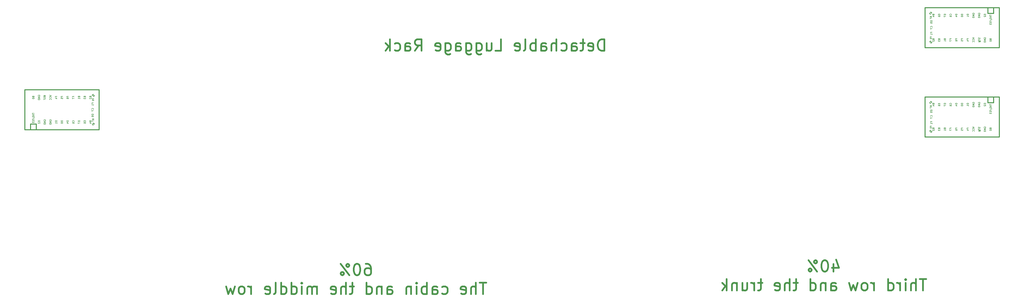
<source format=gbr>
G04 #@! TF.GenerationSoftware,KiCad,Pcbnew,(5.1.5)-3*
G04 #@! TF.CreationDate,2020-04-30T16:40:07-04:00*
G04 #@! TF.ProjectId,MiniVan,4d696e69-5661-46e2-9e6b-696361645f70,rev?*
G04 #@! TF.SameCoordinates,Original*
G04 #@! TF.FileFunction,Legend,Bot*
G04 #@! TF.FilePolarity,Positive*
%FSLAX46Y46*%
G04 Gerber Fmt 4.6, Leading zero omitted, Abs format (unit mm)*
G04 Created by KiCad (PCBNEW (5.1.5)-3) date 2020-04-30 16:40:07*
%MOMM*%
%LPD*%
G04 APERTURE LIST*
%ADD10C,0.762000*%
%ADD11C,0.381000*%
%ADD12C,0.150000*%
G04 APERTURE END LIST*
D10*
X204076904Y-16585595D02*
X204076904Y-11505595D01*
X202867380Y-11505595D01*
X202141666Y-11747500D01*
X201657857Y-12231309D01*
X201415952Y-12715119D01*
X201174047Y-13682738D01*
X201174047Y-14408452D01*
X201415952Y-15376071D01*
X201657857Y-15859880D01*
X202141666Y-16343690D01*
X202867380Y-16585595D01*
X204076904Y-16585595D01*
X197061666Y-16343690D02*
X197545476Y-16585595D01*
X198513095Y-16585595D01*
X198996904Y-16343690D01*
X199238809Y-15859880D01*
X199238809Y-13924642D01*
X198996904Y-13440833D01*
X198513095Y-13198928D01*
X197545476Y-13198928D01*
X197061666Y-13440833D01*
X196819761Y-13924642D01*
X196819761Y-14408452D01*
X199238809Y-14892261D01*
X195368333Y-13198928D02*
X193433095Y-13198928D01*
X194642619Y-11505595D02*
X194642619Y-15859880D01*
X194400714Y-16343690D01*
X193916904Y-16585595D01*
X193433095Y-16585595D01*
X189562619Y-16585595D02*
X189562619Y-13924642D01*
X189804523Y-13440833D01*
X190288333Y-13198928D01*
X191255952Y-13198928D01*
X191739761Y-13440833D01*
X189562619Y-16343690D02*
X190046428Y-16585595D01*
X191255952Y-16585595D01*
X191739761Y-16343690D01*
X191981666Y-15859880D01*
X191981666Y-15376071D01*
X191739761Y-14892261D01*
X191255952Y-14650357D01*
X190046428Y-14650357D01*
X189562619Y-14408452D01*
X184966428Y-16343690D02*
X185450238Y-16585595D01*
X186417857Y-16585595D01*
X186901666Y-16343690D01*
X187143571Y-16101785D01*
X187385476Y-15617976D01*
X187385476Y-14166547D01*
X187143571Y-13682738D01*
X186901666Y-13440833D01*
X186417857Y-13198928D01*
X185450238Y-13198928D01*
X184966428Y-13440833D01*
X182789285Y-16585595D02*
X182789285Y-11505595D01*
X180612142Y-16585595D02*
X180612142Y-13924642D01*
X180854047Y-13440833D01*
X181337857Y-13198928D01*
X182063571Y-13198928D01*
X182547380Y-13440833D01*
X182789285Y-13682738D01*
X176015952Y-16585595D02*
X176015952Y-13924642D01*
X176257857Y-13440833D01*
X176741666Y-13198928D01*
X177709285Y-13198928D01*
X178193095Y-13440833D01*
X176015952Y-16343690D02*
X176499761Y-16585595D01*
X177709285Y-16585595D01*
X178193095Y-16343690D01*
X178435000Y-15859880D01*
X178435000Y-15376071D01*
X178193095Y-14892261D01*
X177709285Y-14650357D01*
X176499761Y-14650357D01*
X176015952Y-14408452D01*
X173596904Y-16585595D02*
X173596904Y-11505595D01*
X173596904Y-13440833D02*
X173113095Y-13198928D01*
X172145476Y-13198928D01*
X171661666Y-13440833D01*
X171419761Y-13682738D01*
X171177857Y-14166547D01*
X171177857Y-15617976D01*
X171419761Y-16101785D01*
X171661666Y-16343690D01*
X172145476Y-16585595D01*
X173113095Y-16585595D01*
X173596904Y-16343690D01*
X168275000Y-16585595D02*
X168758809Y-16343690D01*
X169000714Y-15859880D01*
X169000714Y-11505595D01*
X164404523Y-16343690D02*
X164888333Y-16585595D01*
X165855952Y-16585595D01*
X166339761Y-16343690D01*
X166581666Y-15859880D01*
X166581666Y-13924642D01*
X166339761Y-13440833D01*
X165855952Y-13198928D01*
X164888333Y-13198928D01*
X164404523Y-13440833D01*
X164162619Y-13924642D01*
X164162619Y-14408452D01*
X166581666Y-14892261D01*
X155695952Y-16585595D02*
X158115000Y-16585595D01*
X158115000Y-11505595D01*
X151825476Y-13198928D02*
X151825476Y-16585595D01*
X154002619Y-13198928D02*
X154002619Y-15859880D01*
X153760714Y-16343690D01*
X153276904Y-16585595D01*
X152551190Y-16585595D01*
X152067380Y-16343690D01*
X151825476Y-16101785D01*
X147229285Y-13198928D02*
X147229285Y-17311309D01*
X147471190Y-17795119D01*
X147713095Y-18037023D01*
X148196904Y-18278928D01*
X148922619Y-18278928D01*
X149406428Y-18037023D01*
X147229285Y-16343690D02*
X147713095Y-16585595D01*
X148680714Y-16585595D01*
X149164523Y-16343690D01*
X149406428Y-16101785D01*
X149648333Y-15617976D01*
X149648333Y-14166547D01*
X149406428Y-13682738D01*
X149164523Y-13440833D01*
X148680714Y-13198928D01*
X147713095Y-13198928D01*
X147229285Y-13440833D01*
X142633095Y-13198928D02*
X142633095Y-17311309D01*
X142875000Y-17795119D01*
X143116904Y-18037023D01*
X143600714Y-18278928D01*
X144326428Y-18278928D01*
X144810238Y-18037023D01*
X142633095Y-16343690D02*
X143116904Y-16585595D01*
X144084523Y-16585595D01*
X144568333Y-16343690D01*
X144810238Y-16101785D01*
X145052142Y-15617976D01*
X145052142Y-14166547D01*
X144810238Y-13682738D01*
X144568333Y-13440833D01*
X144084523Y-13198928D01*
X143116904Y-13198928D01*
X142633095Y-13440833D01*
X138036904Y-16585595D02*
X138036904Y-13924642D01*
X138278809Y-13440833D01*
X138762619Y-13198928D01*
X139730238Y-13198928D01*
X140214047Y-13440833D01*
X138036904Y-16343690D02*
X138520714Y-16585595D01*
X139730238Y-16585595D01*
X140214047Y-16343690D01*
X140455952Y-15859880D01*
X140455952Y-15376071D01*
X140214047Y-14892261D01*
X139730238Y-14650357D01*
X138520714Y-14650357D01*
X138036904Y-14408452D01*
X133440714Y-13198928D02*
X133440714Y-17311309D01*
X133682619Y-17795119D01*
X133924523Y-18037023D01*
X134408333Y-18278928D01*
X135134047Y-18278928D01*
X135617857Y-18037023D01*
X133440714Y-16343690D02*
X133924523Y-16585595D01*
X134892142Y-16585595D01*
X135375952Y-16343690D01*
X135617857Y-16101785D01*
X135859761Y-15617976D01*
X135859761Y-14166547D01*
X135617857Y-13682738D01*
X135375952Y-13440833D01*
X134892142Y-13198928D01*
X133924523Y-13198928D01*
X133440714Y-13440833D01*
X129086428Y-16343690D02*
X129570238Y-16585595D01*
X130537857Y-16585595D01*
X131021666Y-16343690D01*
X131263571Y-15859880D01*
X131263571Y-13924642D01*
X131021666Y-13440833D01*
X130537857Y-13198928D01*
X129570238Y-13198928D01*
X129086428Y-13440833D01*
X128844523Y-13924642D01*
X128844523Y-14408452D01*
X131263571Y-14892261D01*
X119894047Y-16585595D02*
X121587380Y-14166547D01*
X122796904Y-16585595D02*
X122796904Y-11505595D01*
X120861666Y-11505595D01*
X120377857Y-11747500D01*
X120135952Y-11989404D01*
X119894047Y-12473214D01*
X119894047Y-13198928D01*
X120135952Y-13682738D01*
X120377857Y-13924642D01*
X120861666Y-14166547D01*
X122796904Y-14166547D01*
X115539761Y-16585595D02*
X115539761Y-13924642D01*
X115781666Y-13440833D01*
X116265476Y-13198928D01*
X117233095Y-13198928D01*
X117716904Y-13440833D01*
X115539761Y-16343690D02*
X116023571Y-16585595D01*
X117233095Y-16585595D01*
X117716904Y-16343690D01*
X117958809Y-15859880D01*
X117958809Y-15376071D01*
X117716904Y-14892261D01*
X117233095Y-14650357D01*
X116023571Y-14650357D01*
X115539761Y-14408452D01*
X110943571Y-16343690D02*
X111427380Y-16585595D01*
X112394999Y-16585595D01*
X112878809Y-16343690D01*
X113120714Y-16101785D01*
X113362619Y-15617976D01*
X113362619Y-14166547D01*
X113120714Y-13682738D01*
X112878809Y-13440833D01*
X112394999Y-13198928D01*
X111427380Y-13198928D01*
X110943571Y-13440833D01*
X108766428Y-16585595D02*
X108766428Y-11505595D01*
X108282619Y-14650357D02*
X106831190Y-16585595D01*
X106831190Y-13198928D02*
X108766428Y-15134166D01*
X305979285Y-111401678D02*
X305979285Y-114788345D01*
X307188809Y-109466440D02*
X308398333Y-113095011D01*
X305253571Y-113095011D01*
X302350714Y-109708345D02*
X301866904Y-109708345D01*
X301383095Y-109950250D01*
X301141190Y-110192154D01*
X300899285Y-110675964D01*
X300657380Y-111643583D01*
X300657380Y-112853107D01*
X300899285Y-113820726D01*
X301141190Y-114304535D01*
X301383095Y-114546440D01*
X301866904Y-114788345D01*
X302350714Y-114788345D01*
X302834523Y-114546440D01*
X303076428Y-114304535D01*
X303318333Y-113820726D01*
X303560238Y-112853107D01*
X303560238Y-111643583D01*
X303318333Y-110675964D01*
X303076428Y-110192154D01*
X302834523Y-109950250D01*
X302350714Y-109708345D01*
X298722142Y-114788345D02*
X294851666Y-109708345D01*
X297996428Y-109708345D02*
X297512619Y-109950250D01*
X297270714Y-110434059D01*
X297512619Y-110917869D01*
X297996428Y-111159773D01*
X298480238Y-110917869D01*
X298722142Y-110434059D01*
X298480238Y-109950250D01*
X297996428Y-109708345D01*
X295093571Y-114546440D02*
X294851666Y-114062630D01*
X295093571Y-113578821D01*
X295577380Y-113336916D01*
X296061190Y-113578821D01*
X296303095Y-114062630D01*
X296061190Y-114546440D01*
X295577380Y-114788345D01*
X295093571Y-114546440D01*
X347224047Y-118090345D02*
X344321190Y-118090345D01*
X345772619Y-123170345D02*
X345772619Y-118090345D01*
X342627857Y-123170345D02*
X342627857Y-118090345D01*
X340450714Y-123170345D02*
X340450714Y-120509392D01*
X340692619Y-120025583D01*
X341176428Y-119783678D01*
X341902142Y-119783678D01*
X342385952Y-120025583D01*
X342627857Y-120267488D01*
X338031666Y-123170345D02*
X338031666Y-119783678D01*
X338031666Y-118090345D02*
X338273571Y-118332250D01*
X338031666Y-118574154D01*
X337789761Y-118332250D01*
X338031666Y-118090345D01*
X338031666Y-118574154D01*
X335612619Y-123170345D02*
X335612619Y-119783678D01*
X335612619Y-120751297D02*
X335370714Y-120267488D01*
X335128809Y-120025583D01*
X334645000Y-119783678D01*
X334161190Y-119783678D01*
X330290714Y-123170345D02*
X330290714Y-118090345D01*
X330290714Y-122928440D02*
X330774523Y-123170345D01*
X331742142Y-123170345D01*
X332225952Y-122928440D01*
X332467857Y-122686535D01*
X332709761Y-122202726D01*
X332709761Y-120751297D01*
X332467857Y-120267488D01*
X332225952Y-120025583D01*
X331742142Y-119783678D01*
X330774523Y-119783678D01*
X330290714Y-120025583D01*
X324001190Y-123170345D02*
X324001190Y-119783678D01*
X324001190Y-120751297D02*
X323759285Y-120267488D01*
X323517380Y-120025583D01*
X323033571Y-119783678D01*
X322549761Y-119783678D01*
X320130714Y-123170345D02*
X320614523Y-122928440D01*
X320856428Y-122686535D01*
X321098333Y-122202726D01*
X321098333Y-120751297D01*
X320856428Y-120267488D01*
X320614523Y-120025583D01*
X320130714Y-119783678D01*
X319405000Y-119783678D01*
X318921190Y-120025583D01*
X318679285Y-120267488D01*
X318437380Y-120751297D01*
X318437380Y-122202726D01*
X318679285Y-122686535D01*
X318921190Y-122928440D01*
X319405000Y-123170345D01*
X320130714Y-123170345D01*
X316744047Y-119783678D02*
X315776428Y-123170345D01*
X314808809Y-120751297D01*
X313841190Y-123170345D01*
X312873571Y-119783678D01*
X304890714Y-123170345D02*
X304890714Y-120509392D01*
X305132619Y-120025583D01*
X305616428Y-119783678D01*
X306584047Y-119783678D01*
X307067857Y-120025583D01*
X304890714Y-122928440D02*
X305374523Y-123170345D01*
X306584047Y-123170345D01*
X307067857Y-122928440D01*
X307309761Y-122444630D01*
X307309761Y-121960821D01*
X307067857Y-121477011D01*
X306584047Y-121235107D01*
X305374523Y-121235107D01*
X304890714Y-120993202D01*
X302471666Y-119783678D02*
X302471666Y-123170345D01*
X302471666Y-120267488D02*
X302229761Y-120025583D01*
X301745952Y-119783678D01*
X301020238Y-119783678D01*
X300536428Y-120025583D01*
X300294523Y-120509392D01*
X300294523Y-123170345D01*
X295698333Y-123170345D02*
X295698333Y-118090345D01*
X295698333Y-122928440D02*
X296182142Y-123170345D01*
X297149761Y-123170345D01*
X297633571Y-122928440D01*
X297875476Y-122686535D01*
X298117380Y-122202726D01*
X298117380Y-120751297D01*
X297875476Y-120267488D01*
X297633571Y-120025583D01*
X297149761Y-119783678D01*
X296182142Y-119783678D01*
X295698333Y-120025583D01*
X290134523Y-119783678D02*
X288199285Y-119783678D01*
X289408809Y-118090345D02*
X289408809Y-122444630D01*
X289166904Y-122928440D01*
X288683095Y-123170345D01*
X288199285Y-123170345D01*
X286505952Y-123170345D02*
X286505952Y-118090345D01*
X284328809Y-123170345D02*
X284328809Y-120509392D01*
X284570714Y-120025583D01*
X285054523Y-119783678D01*
X285780238Y-119783678D01*
X286264047Y-120025583D01*
X286505952Y-120267488D01*
X279974523Y-122928440D02*
X280458333Y-123170345D01*
X281425952Y-123170345D01*
X281909761Y-122928440D01*
X282151666Y-122444630D01*
X282151666Y-120509392D01*
X281909761Y-120025583D01*
X281425952Y-119783678D01*
X280458333Y-119783678D01*
X279974523Y-120025583D01*
X279732619Y-120509392D01*
X279732619Y-120993202D01*
X282151666Y-121477011D01*
X274410714Y-119783678D02*
X272475476Y-119783678D01*
X273685000Y-118090345D02*
X273685000Y-122444630D01*
X273443095Y-122928440D01*
X272959285Y-123170345D01*
X272475476Y-123170345D01*
X270782142Y-123170345D02*
X270782142Y-119783678D01*
X270782142Y-120751297D02*
X270540238Y-120267488D01*
X270298333Y-120025583D01*
X269814523Y-119783678D01*
X269330714Y-119783678D01*
X265460238Y-119783678D02*
X265460238Y-123170345D01*
X267637380Y-119783678D02*
X267637380Y-122444630D01*
X267395476Y-122928440D01*
X266911666Y-123170345D01*
X266185952Y-123170345D01*
X265702142Y-122928440D01*
X265460238Y-122686535D01*
X263041190Y-119783678D02*
X263041190Y-123170345D01*
X263041190Y-120267488D02*
X262799285Y-120025583D01*
X262315476Y-119783678D01*
X261589761Y-119783678D01*
X261105952Y-120025583D01*
X260864047Y-120509392D01*
X260864047Y-123170345D01*
X258445000Y-123170345D02*
X258445000Y-118090345D01*
X257961190Y-121235107D02*
X256509761Y-123170345D01*
X256509761Y-119783678D02*
X258445000Y-121718916D01*
X98016785Y-111295845D02*
X98984404Y-111295845D01*
X99468214Y-111537750D01*
X99710119Y-111779654D01*
X100193928Y-112505369D01*
X100435833Y-113472988D01*
X100435833Y-115408226D01*
X100193928Y-115892035D01*
X99952023Y-116133940D01*
X99468214Y-116375845D01*
X98500595Y-116375845D01*
X98016785Y-116133940D01*
X97774880Y-115892035D01*
X97532976Y-115408226D01*
X97532976Y-114198702D01*
X97774880Y-113714892D01*
X98016785Y-113472988D01*
X98500595Y-113231083D01*
X99468214Y-113231083D01*
X99952023Y-113472988D01*
X100193928Y-113714892D01*
X100435833Y-114198702D01*
X94388214Y-111295845D02*
X93904404Y-111295845D01*
X93420595Y-111537750D01*
X93178690Y-111779654D01*
X92936785Y-112263464D01*
X92694880Y-113231083D01*
X92694880Y-114440607D01*
X92936785Y-115408226D01*
X93178690Y-115892035D01*
X93420595Y-116133940D01*
X93904404Y-116375845D01*
X94388214Y-116375845D01*
X94872023Y-116133940D01*
X95113928Y-115892035D01*
X95355833Y-115408226D01*
X95597738Y-114440607D01*
X95597738Y-113231083D01*
X95355833Y-112263464D01*
X95113928Y-111779654D01*
X94872023Y-111537750D01*
X94388214Y-111295845D01*
X90759642Y-116375845D02*
X86889166Y-111295845D01*
X90033928Y-111295845D02*
X89550119Y-111537750D01*
X89308214Y-112021559D01*
X89550119Y-112505369D01*
X90033928Y-112747273D01*
X90517738Y-112505369D01*
X90759642Y-112021559D01*
X90517738Y-111537750D01*
X90033928Y-111295845D01*
X87131071Y-116133940D02*
X86889166Y-115650130D01*
X87131071Y-115166321D01*
X87614880Y-114924416D01*
X88098690Y-115166321D01*
X88340595Y-115650130D01*
X88098690Y-116133940D01*
X87614880Y-116375845D01*
X87131071Y-116133940D01*
X151598690Y-119677845D02*
X148695833Y-119677845D01*
X150147261Y-124757845D02*
X150147261Y-119677845D01*
X147002500Y-124757845D02*
X147002500Y-119677845D01*
X144825357Y-124757845D02*
X144825357Y-122096892D01*
X145067261Y-121613083D01*
X145551071Y-121371178D01*
X146276785Y-121371178D01*
X146760595Y-121613083D01*
X147002500Y-121854988D01*
X140471071Y-124515940D02*
X140954880Y-124757845D01*
X141922500Y-124757845D01*
X142406309Y-124515940D01*
X142648214Y-124032130D01*
X142648214Y-122096892D01*
X142406309Y-121613083D01*
X141922500Y-121371178D01*
X140954880Y-121371178D01*
X140471071Y-121613083D01*
X140229166Y-122096892D01*
X140229166Y-122580702D01*
X142648214Y-123064511D01*
X132004404Y-124515940D02*
X132488214Y-124757845D01*
X133455833Y-124757845D01*
X133939642Y-124515940D01*
X134181547Y-124274035D01*
X134423452Y-123790226D01*
X134423452Y-122338797D01*
X134181547Y-121854988D01*
X133939642Y-121613083D01*
X133455833Y-121371178D01*
X132488214Y-121371178D01*
X132004404Y-121613083D01*
X127650119Y-124757845D02*
X127650119Y-122096892D01*
X127892023Y-121613083D01*
X128375833Y-121371178D01*
X129343452Y-121371178D01*
X129827261Y-121613083D01*
X127650119Y-124515940D02*
X128133928Y-124757845D01*
X129343452Y-124757845D01*
X129827261Y-124515940D01*
X130069166Y-124032130D01*
X130069166Y-123548321D01*
X129827261Y-123064511D01*
X129343452Y-122822607D01*
X128133928Y-122822607D01*
X127650119Y-122580702D01*
X125231071Y-124757845D02*
X125231071Y-119677845D01*
X125231071Y-121613083D02*
X124747261Y-121371178D01*
X123779642Y-121371178D01*
X123295833Y-121613083D01*
X123053928Y-121854988D01*
X122812023Y-122338797D01*
X122812023Y-123790226D01*
X123053928Y-124274035D01*
X123295833Y-124515940D01*
X123779642Y-124757845D01*
X124747261Y-124757845D01*
X125231071Y-124515940D01*
X120634880Y-124757845D02*
X120634880Y-121371178D01*
X120634880Y-119677845D02*
X120876785Y-119919750D01*
X120634880Y-120161654D01*
X120392976Y-119919750D01*
X120634880Y-119677845D01*
X120634880Y-120161654D01*
X118215833Y-121371178D02*
X118215833Y-124757845D01*
X118215833Y-121854988D02*
X117973928Y-121613083D01*
X117490119Y-121371178D01*
X116764404Y-121371178D01*
X116280595Y-121613083D01*
X116038690Y-122096892D01*
X116038690Y-124757845D01*
X107572023Y-124757845D02*
X107572023Y-122096892D01*
X107813928Y-121613083D01*
X108297738Y-121371178D01*
X109265357Y-121371178D01*
X109749166Y-121613083D01*
X107572023Y-124515940D02*
X108055833Y-124757845D01*
X109265357Y-124757845D01*
X109749166Y-124515940D01*
X109991071Y-124032130D01*
X109991071Y-123548321D01*
X109749166Y-123064511D01*
X109265357Y-122822607D01*
X108055833Y-122822607D01*
X107572023Y-122580702D01*
X105152976Y-121371178D02*
X105152976Y-124757845D01*
X105152976Y-121854988D02*
X104911071Y-121613083D01*
X104427261Y-121371178D01*
X103701547Y-121371178D01*
X103217738Y-121613083D01*
X102975833Y-122096892D01*
X102975833Y-124757845D01*
X98379642Y-124757845D02*
X98379642Y-119677845D01*
X98379642Y-124515940D02*
X98863452Y-124757845D01*
X99831071Y-124757845D01*
X100314880Y-124515940D01*
X100556785Y-124274035D01*
X100798690Y-123790226D01*
X100798690Y-122338797D01*
X100556785Y-121854988D01*
X100314880Y-121613083D01*
X99831071Y-121371178D01*
X98863452Y-121371178D01*
X98379642Y-121613083D01*
X92815833Y-121371178D02*
X90880595Y-121371178D01*
X92090119Y-119677845D02*
X92090119Y-124032130D01*
X91848214Y-124515940D01*
X91364404Y-124757845D01*
X90880595Y-124757845D01*
X89187261Y-124757845D02*
X89187261Y-119677845D01*
X87010119Y-124757845D02*
X87010119Y-122096892D01*
X87252023Y-121613083D01*
X87735833Y-121371178D01*
X88461547Y-121371178D01*
X88945357Y-121613083D01*
X89187261Y-121854988D01*
X82655833Y-124515940D02*
X83139642Y-124757845D01*
X84107261Y-124757845D01*
X84591071Y-124515940D01*
X84832976Y-124032130D01*
X84832976Y-122096892D01*
X84591071Y-121613083D01*
X84107261Y-121371178D01*
X83139642Y-121371178D01*
X82655833Y-121613083D01*
X82413928Y-122096892D01*
X82413928Y-122580702D01*
X84832976Y-123064511D01*
X76366309Y-124757845D02*
X76366309Y-121371178D01*
X76366309Y-121854988D02*
X76124404Y-121613083D01*
X75640595Y-121371178D01*
X74914880Y-121371178D01*
X74431071Y-121613083D01*
X74189166Y-122096892D01*
X74189166Y-124757845D01*
X74189166Y-122096892D02*
X73947261Y-121613083D01*
X73463452Y-121371178D01*
X72737738Y-121371178D01*
X72253928Y-121613083D01*
X72012023Y-122096892D01*
X72012023Y-124757845D01*
X69592976Y-124757845D02*
X69592976Y-121371178D01*
X69592976Y-119677845D02*
X69834880Y-119919750D01*
X69592976Y-120161654D01*
X69351071Y-119919750D01*
X69592976Y-119677845D01*
X69592976Y-120161654D01*
X64996785Y-124757845D02*
X64996785Y-119677845D01*
X64996785Y-124515940D02*
X65480595Y-124757845D01*
X66448214Y-124757845D01*
X66932023Y-124515940D01*
X67173928Y-124274035D01*
X67415833Y-123790226D01*
X67415833Y-122338797D01*
X67173928Y-121854988D01*
X66932023Y-121613083D01*
X66448214Y-121371178D01*
X65480595Y-121371178D01*
X64996785Y-121613083D01*
X60400595Y-124757845D02*
X60400595Y-119677845D01*
X60400595Y-124515940D02*
X60884404Y-124757845D01*
X61852023Y-124757845D01*
X62335833Y-124515940D01*
X62577738Y-124274035D01*
X62819642Y-123790226D01*
X62819642Y-122338797D01*
X62577738Y-121854988D01*
X62335833Y-121613083D01*
X61852023Y-121371178D01*
X60884404Y-121371178D01*
X60400595Y-121613083D01*
X57255833Y-124757845D02*
X57739642Y-124515940D01*
X57981547Y-124032130D01*
X57981547Y-119677845D01*
X53385357Y-124515940D02*
X53869166Y-124757845D01*
X54836785Y-124757845D01*
X55320595Y-124515940D01*
X55562499Y-124032130D01*
X55562499Y-122096892D01*
X55320595Y-121613083D01*
X54836785Y-121371178D01*
X53869166Y-121371178D01*
X53385357Y-121613083D01*
X53143452Y-122096892D01*
X53143452Y-122580702D01*
X55562499Y-123064511D01*
X47095833Y-124757845D02*
X47095833Y-121371178D01*
X47095833Y-122338797D02*
X46853928Y-121854988D01*
X46612023Y-121613083D01*
X46128214Y-121371178D01*
X45644404Y-121371178D01*
X43225357Y-124757845D02*
X43709166Y-124515940D01*
X43951071Y-124274035D01*
X44192976Y-123790226D01*
X44192976Y-122338797D01*
X43951071Y-121854988D01*
X43709166Y-121613083D01*
X43225357Y-121371178D01*
X42499642Y-121371178D01*
X42015833Y-121613083D01*
X41773928Y-121854988D01*
X41532023Y-122338797D01*
X41532023Y-123790226D01*
X41773928Y-124274035D01*
X42015833Y-124515940D01*
X42499642Y-124757845D01*
X43225357Y-124757845D01*
X39838690Y-121371178D02*
X38871071Y-124757845D01*
X37903452Y-122338797D01*
X36935833Y-124757845D01*
X35968214Y-121371178D01*
D11*
X374650000Y0D02*
X374650000Y2540000D01*
X377190000Y0D02*
X374650000Y0D01*
D12*
G36*
X370900970Y-12394635D02*
G01*
X370800970Y-12394635D01*
X370800970Y-12494635D01*
X370900970Y-12494635D01*
X370900970Y-12394635D01*
G37*
X370900970Y-12394635D02*
X370800970Y-12394635D01*
X370800970Y-12494635D01*
X370900970Y-12494635D01*
X370900970Y-12394635D01*
G36*
X371300970Y-12594635D02*
G01*
X370500970Y-12594635D01*
X370500970Y-12694635D01*
X371300970Y-12694635D01*
X371300970Y-12594635D01*
G37*
X371300970Y-12594635D02*
X370500970Y-12594635D01*
X370500970Y-12694635D01*
X371300970Y-12694635D01*
X371300970Y-12594635D01*
G36*
X370700970Y-12194635D02*
G01*
X370500970Y-12194635D01*
X370500970Y-12294635D01*
X370700970Y-12294635D01*
X370700970Y-12194635D01*
G37*
X370700970Y-12194635D02*
X370500970Y-12194635D01*
X370500970Y-12294635D01*
X370700970Y-12294635D01*
X370700970Y-12194635D01*
G36*
X371300970Y-12194635D02*
G01*
X371000970Y-12194635D01*
X371000970Y-12294635D01*
X371300970Y-12294635D01*
X371300970Y-12194635D01*
G37*
X371300970Y-12194635D02*
X371000970Y-12194635D01*
X371000970Y-12294635D01*
X371300970Y-12294635D01*
X371300970Y-12194635D01*
G36*
X371300970Y-12194635D02*
G01*
X371200970Y-12194635D01*
X371200970Y-12694635D01*
X371300970Y-12694635D01*
X371300970Y-12194635D01*
G37*
X371300970Y-12194635D02*
X371200970Y-12194635D01*
X371200970Y-12694635D01*
X371300970Y-12694635D01*
X371300970Y-12194635D01*
D11*
X346710000Y-15240000D02*
X379730000Y-15240000D01*
X346710000Y2540000D02*
X346710000Y-15240000D01*
X379730000Y2540000D02*
X346710000Y2540000D01*
X379730000Y-15240000D02*
X379730000Y2540000D01*
X377190000Y0D02*
X377190000Y2540000D01*
X-48418750Y-49212500D02*
X-48418750Y-51752500D01*
X-50958750Y-49212500D02*
X-48418750Y-49212500D01*
D12*
G36*
X-44669720Y-36817865D02*
G01*
X-44569720Y-36817865D01*
X-44569720Y-36717865D01*
X-44669720Y-36717865D01*
X-44669720Y-36817865D01*
G37*
X-44669720Y-36817865D02*
X-44569720Y-36817865D01*
X-44569720Y-36717865D01*
X-44669720Y-36717865D01*
X-44669720Y-36817865D01*
G36*
X-45069720Y-36617865D02*
G01*
X-44269720Y-36617865D01*
X-44269720Y-36517865D01*
X-45069720Y-36517865D01*
X-45069720Y-36617865D01*
G37*
X-45069720Y-36617865D02*
X-44269720Y-36617865D01*
X-44269720Y-36517865D01*
X-45069720Y-36517865D01*
X-45069720Y-36617865D01*
G36*
X-44469720Y-37017865D02*
G01*
X-44269720Y-37017865D01*
X-44269720Y-36917865D01*
X-44469720Y-36917865D01*
X-44469720Y-37017865D01*
G37*
X-44469720Y-37017865D02*
X-44269720Y-37017865D01*
X-44269720Y-36917865D01*
X-44469720Y-36917865D01*
X-44469720Y-37017865D01*
G36*
X-45069720Y-37017865D02*
G01*
X-44769720Y-37017865D01*
X-44769720Y-36917865D01*
X-45069720Y-36917865D01*
X-45069720Y-37017865D01*
G37*
X-45069720Y-37017865D02*
X-44769720Y-37017865D01*
X-44769720Y-36917865D01*
X-45069720Y-36917865D01*
X-45069720Y-37017865D01*
G36*
X-45069720Y-37017865D02*
G01*
X-44969720Y-37017865D01*
X-44969720Y-36517865D01*
X-45069720Y-36517865D01*
X-45069720Y-37017865D01*
G37*
X-45069720Y-37017865D02*
X-44969720Y-37017865D01*
X-44969720Y-36517865D01*
X-45069720Y-36517865D01*
X-45069720Y-37017865D01*
D11*
X-20478750Y-33972500D02*
X-53498750Y-33972500D01*
X-20478750Y-51752500D02*
X-20478750Y-33972500D01*
X-53498750Y-51752500D02*
X-20478750Y-51752500D01*
X-53498750Y-33972500D02*
X-53498750Y-51752500D01*
X-50958750Y-49212500D02*
X-50958750Y-51752500D01*
X377190000Y-39687500D02*
X377190000Y-37147500D01*
X379730000Y-54927500D02*
X379730000Y-37147500D01*
X379730000Y-37147500D02*
X346710000Y-37147500D01*
X346710000Y-37147500D02*
X346710000Y-54927500D01*
X346710000Y-54927500D02*
X379730000Y-54927500D01*
D12*
G36*
X371300970Y-51882135D02*
G01*
X371200970Y-51882135D01*
X371200970Y-52382135D01*
X371300970Y-52382135D01*
X371300970Y-51882135D01*
G37*
X371300970Y-51882135D02*
X371200970Y-51882135D01*
X371200970Y-52382135D01*
X371300970Y-52382135D01*
X371300970Y-51882135D01*
G36*
X371300970Y-51882135D02*
G01*
X371000970Y-51882135D01*
X371000970Y-51982135D01*
X371300970Y-51982135D01*
X371300970Y-51882135D01*
G37*
X371300970Y-51882135D02*
X371000970Y-51882135D01*
X371000970Y-51982135D01*
X371300970Y-51982135D01*
X371300970Y-51882135D01*
G36*
X370700970Y-51882135D02*
G01*
X370500970Y-51882135D01*
X370500970Y-51982135D01*
X370700970Y-51982135D01*
X370700970Y-51882135D01*
G37*
X370700970Y-51882135D02*
X370500970Y-51882135D01*
X370500970Y-51982135D01*
X370700970Y-51982135D01*
X370700970Y-51882135D01*
G36*
X371300970Y-52282135D02*
G01*
X370500970Y-52282135D01*
X370500970Y-52382135D01*
X371300970Y-52382135D01*
X371300970Y-52282135D01*
G37*
X371300970Y-52282135D02*
X370500970Y-52282135D01*
X370500970Y-52382135D01*
X371300970Y-52382135D01*
X371300970Y-52282135D01*
G36*
X370900970Y-52082135D02*
G01*
X370800970Y-52082135D01*
X370800970Y-52182135D01*
X370900970Y-52182135D01*
X370900970Y-52082135D01*
G37*
X370900970Y-52082135D02*
X370800970Y-52082135D01*
X370800970Y-52182135D01*
X370900970Y-52182135D01*
X370900970Y-52082135D01*
D11*
X377190000Y-39687500D02*
X374650000Y-39687500D01*
X374650000Y-39687500D02*
X374650000Y-37147500D01*
D12*
X373741904Y-298523D02*
X372941904Y-298523D01*
X372941904Y-489000D01*
X372980000Y-603285D01*
X373056190Y-679476D01*
X373132380Y-717571D01*
X373284761Y-755666D01*
X373399047Y-755666D01*
X373551428Y-717571D01*
X373627619Y-679476D01*
X373703809Y-603285D01*
X373741904Y-489000D01*
X373741904Y-298523D01*
X373018095Y-1060428D02*
X372980000Y-1098523D01*
X372941904Y-1174714D01*
X372941904Y-1365190D01*
X372980000Y-1441380D01*
X373018095Y-1479476D01*
X373094285Y-1517571D01*
X373170476Y-1517571D01*
X373284761Y-1479476D01*
X373741904Y-1022333D01*
X373741904Y-1517571D01*
X363581904Y-298523D02*
X362781904Y-298523D01*
X362781904Y-489000D01*
X362820000Y-603285D01*
X362896190Y-679476D01*
X362972380Y-717571D01*
X363124761Y-755666D01*
X363239047Y-755666D01*
X363391428Y-717571D01*
X363467619Y-679476D01*
X363543809Y-603285D01*
X363581904Y-489000D01*
X363581904Y-298523D01*
X362781904Y-1250904D02*
X362781904Y-1327095D01*
X362820000Y-1403285D01*
X362858095Y-1441380D01*
X362934285Y-1479476D01*
X363086666Y-1517571D01*
X363277142Y-1517571D01*
X363429523Y-1479476D01*
X363505714Y-1441380D01*
X363543809Y-1403285D01*
X363581904Y-1327095D01*
X363581904Y-1250904D01*
X363543809Y-1174714D01*
X363505714Y-1136619D01*
X363429523Y-1098523D01*
X363277142Y-1060428D01*
X363086666Y-1060428D01*
X362934285Y-1098523D01*
X362858095Y-1136619D01*
X362820000Y-1174714D01*
X362781904Y-1250904D01*
X366121904Y-298523D02*
X365321904Y-298523D01*
X365321904Y-489000D01*
X365360000Y-603285D01*
X365436190Y-679476D01*
X365512380Y-717571D01*
X365664761Y-755666D01*
X365779047Y-755666D01*
X365931428Y-717571D01*
X366007619Y-679476D01*
X366083809Y-603285D01*
X366121904Y-489000D01*
X366121904Y-298523D01*
X366121904Y-1517571D02*
X366121904Y-1060428D01*
X366121904Y-1289000D02*
X365321904Y-1289000D01*
X365436190Y-1212809D01*
X365512380Y-1136619D01*
X365550476Y-1060428D01*
X367900000Y-279476D02*
X367861904Y-203285D01*
X367861904Y-89000D01*
X367900000Y25285D01*
X367976190Y101476D01*
X368052380Y139571D01*
X368204761Y177666D01*
X368319047Y177666D01*
X368471428Y139571D01*
X368547619Y101476D01*
X368623809Y25285D01*
X368661904Y-89000D01*
X368661904Y-165190D01*
X368623809Y-279476D01*
X368585714Y-317571D01*
X368319047Y-317571D01*
X368319047Y-165190D01*
X368661904Y-660428D02*
X367861904Y-660428D01*
X368661904Y-1117571D01*
X367861904Y-1117571D01*
X368661904Y-1498523D02*
X367861904Y-1498523D01*
X367861904Y-1689000D01*
X367900000Y-1803285D01*
X367976190Y-1879476D01*
X368052380Y-1917571D01*
X368204761Y-1955666D01*
X368319047Y-1955666D01*
X368471428Y-1917571D01*
X368547619Y-1879476D01*
X368623809Y-1803285D01*
X368661904Y-1689000D01*
X368661904Y-1498523D01*
X370440000Y-279476D02*
X370401904Y-203285D01*
X370401904Y-89000D01*
X370440000Y25285D01*
X370516190Y101476D01*
X370592380Y139571D01*
X370744761Y177666D01*
X370859047Y177666D01*
X371011428Y139571D01*
X371087619Y101476D01*
X371163809Y25285D01*
X371201904Y-89000D01*
X371201904Y-165190D01*
X371163809Y-279476D01*
X371125714Y-317571D01*
X370859047Y-317571D01*
X370859047Y-165190D01*
X371201904Y-660428D02*
X370401904Y-660428D01*
X371201904Y-1117571D01*
X370401904Y-1117571D01*
X371201904Y-1498523D02*
X370401904Y-1498523D01*
X370401904Y-1689000D01*
X370440000Y-1803285D01*
X370516190Y-1879476D01*
X370592380Y-1917571D01*
X370744761Y-1955666D01*
X370859047Y-1955666D01*
X371011428Y-1917571D01*
X371087619Y-1879476D01*
X371163809Y-1803285D01*
X371201904Y-1689000D01*
X371201904Y-1498523D01*
X361041904Y-298523D02*
X360241904Y-298523D01*
X360241904Y-489000D01*
X360280000Y-603285D01*
X360356190Y-679476D01*
X360432380Y-717571D01*
X360584761Y-755666D01*
X360699047Y-755666D01*
X360851428Y-717571D01*
X360927619Y-679476D01*
X361003809Y-603285D01*
X361041904Y-489000D01*
X361041904Y-298523D01*
X360508571Y-1441380D02*
X361041904Y-1441380D01*
X360203809Y-1250904D02*
X360775238Y-1060428D01*
X360775238Y-1555666D01*
X358425714Y-755666D02*
X358463809Y-717571D01*
X358501904Y-603285D01*
X358501904Y-527095D01*
X358463809Y-412809D01*
X358387619Y-336619D01*
X358311428Y-298523D01*
X358159047Y-260428D01*
X358044761Y-260428D01*
X357892380Y-298523D01*
X357816190Y-336619D01*
X357740000Y-412809D01*
X357701904Y-527095D01*
X357701904Y-603285D01*
X357740000Y-717571D01*
X357778095Y-755666D01*
X357701904Y-1441380D02*
X357701904Y-1289000D01*
X357740000Y-1212809D01*
X357778095Y-1174714D01*
X357892380Y-1098523D01*
X358044761Y-1060428D01*
X358349523Y-1060428D01*
X358425714Y-1098523D01*
X358463809Y-1136619D01*
X358501904Y-1212809D01*
X358501904Y-1365190D01*
X358463809Y-1441380D01*
X358425714Y-1479476D01*
X358349523Y-1517571D01*
X358159047Y-1517571D01*
X358082857Y-1479476D01*
X358044761Y-1441380D01*
X358006666Y-1365190D01*
X358006666Y-1212809D01*
X358044761Y-1136619D01*
X358082857Y-1098523D01*
X358159047Y-1060428D01*
X355961904Y-298523D02*
X355161904Y-298523D01*
X355161904Y-489000D01*
X355200000Y-603285D01*
X355276190Y-679476D01*
X355352380Y-717571D01*
X355504761Y-755666D01*
X355619047Y-755666D01*
X355771428Y-717571D01*
X355847619Y-679476D01*
X355923809Y-603285D01*
X355961904Y-489000D01*
X355961904Y-298523D01*
X355161904Y-1022333D02*
X355161904Y-1555666D01*
X355961904Y-1212809D01*
X353002857Y-336619D02*
X353002857Y-603285D01*
X353421904Y-717571D02*
X353421904Y-336619D01*
X352621904Y-336619D01*
X352621904Y-717571D01*
X352621904Y-1403285D02*
X352621904Y-1250904D01*
X352660000Y-1174714D01*
X352698095Y-1136619D01*
X352812380Y-1060428D01*
X352964761Y-1022333D01*
X353269523Y-1022333D01*
X353345714Y-1060428D01*
X353383809Y-1098523D01*
X353421904Y-1174714D01*
X353421904Y-1327095D01*
X353383809Y-1403285D01*
X353345714Y-1441380D01*
X353269523Y-1479476D01*
X353079047Y-1479476D01*
X353002857Y-1441380D01*
X352964761Y-1403285D01*
X352926666Y-1327095D01*
X352926666Y-1174714D01*
X352964761Y-1098523D01*
X353002857Y-1060428D01*
X353079047Y-1022333D01*
X350462857Y-565190D02*
X350500952Y-679476D01*
X350539047Y-717571D01*
X350615238Y-755666D01*
X350729523Y-755666D01*
X350805714Y-717571D01*
X350843809Y-679476D01*
X350881904Y-603285D01*
X350881904Y-298523D01*
X350081904Y-298523D01*
X350081904Y-565190D01*
X350120000Y-641380D01*
X350158095Y-679476D01*
X350234285Y-717571D01*
X350310476Y-717571D01*
X350386666Y-679476D01*
X350424761Y-641380D01*
X350462857Y-565190D01*
X350462857Y-298523D01*
X350348571Y-1441380D02*
X350881904Y-1441380D01*
X350043809Y-1250904D02*
X350615238Y-1060428D01*
X350615238Y-1555666D01*
X349414991Y285702D02*
X349367851Y191421D01*
X349367851Y144280D01*
X349391421Y73570D01*
X349462132Y2859D01*
X349532842Y-20710D01*
X349579983Y-20710D01*
X349650693Y2859D01*
X349839255Y191421D01*
X349344280Y686396D01*
X349179289Y521404D01*
X349155719Y450693D01*
X349155719Y403553D01*
X349179289Y332842D01*
X349226429Y285702D01*
X349297140Y262132D01*
X349344280Y262132D01*
X349414991Y285702D01*
X349579983Y450693D01*
X348613603Y-44280D02*
X348849306Y191421D01*
X349108578Y-20710D01*
X349061438Y-20710D01*
X348990727Y-44280D01*
X348872876Y-162132D01*
X348849306Y-232842D01*
X348849306Y-279983D01*
X348872876Y-350693D01*
X348990727Y-468544D01*
X349061438Y-492115D01*
X349108578Y-492115D01*
X349179289Y-468544D01*
X349297140Y-350693D01*
X349320710Y-279983D01*
X349320710Y-232842D01*
X353002857Y-11487190D02*
X353040952Y-11601476D01*
X353079047Y-11639571D01*
X353155238Y-11677666D01*
X353269523Y-11677666D01*
X353345714Y-11639571D01*
X353383809Y-11601476D01*
X353421904Y-11525285D01*
X353421904Y-11220523D01*
X352621904Y-11220523D01*
X352621904Y-11487190D01*
X352660000Y-11563380D01*
X352698095Y-11601476D01*
X352774285Y-11639571D01*
X352850476Y-11639571D01*
X352926666Y-11601476D01*
X352964761Y-11563380D01*
X353002857Y-11487190D01*
X353002857Y-11220523D01*
X352621904Y-11944333D02*
X352621904Y-12439571D01*
X352926666Y-12172904D01*
X352926666Y-12287190D01*
X352964761Y-12363380D01*
X353002857Y-12401476D01*
X353079047Y-12439571D01*
X353269523Y-12439571D01*
X353345714Y-12401476D01*
X353383809Y-12363380D01*
X353421904Y-12287190D01*
X353421904Y-12058619D01*
X353383809Y-11982428D01*
X353345714Y-11944333D01*
X355542857Y-11487190D02*
X355580952Y-11601476D01*
X355619047Y-11639571D01*
X355695238Y-11677666D01*
X355809523Y-11677666D01*
X355885714Y-11639571D01*
X355923809Y-11601476D01*
X355961904Y-11525285D01*
X355961904Y-11220523D01*
X355161904Y-11220523D01*
X355161904Y-11487190D01*
X355200000Y-11563380D01*
X355238095Y-11601476D01*
X355314285Y-11639571D01*
X355390476Y-11639571D01*
X355466666Y-11601476D01*
X355504761Y-11563380D01*
X355542857Y-11487190D01*
X355542857Y-11220523D01*
X355961904Y-12439571D02*
X355961904Y-11982428D01*
X355961904Y-12211000D02*
X355161904Y-12211000D01*
X355276190Y-12134809D01*
X355352380Y-12058619D01*
X355390476Y-11982428D01*
X365702857Y-11544333D02*
X365702857Y-11277666D01*
X366121904Y-11277666D02*
X365321904Y-11277666D01*
X365321904Y-11658619D01*
X365588571Y-12306238D02*
X366121904Y-12306238D01*
X365283809Y-12115761D02*
X365855238Y-11925285D01*
X365855238Y-12420523D01*
X367861904Y-10744333D02*
X368661904Y-11011000D01*
X367861904Y-11277666D01*
X368585714Y-12001476D02*
X368623809Y-11963380D01*
X368661904Y-11849095D01*
X368661904Y-11772904D01*
X368623809Y-11658619D01*
X368547619Y-11582428D01*
X368471428Y-11544333D01*
X368319047Y-11506238D01*
X368204761Y-11506238D01*
X368052380Y-11544333D01*
X367976190Y-11582428D01*
X367900000Y-11658619D01*
X367861904Y-11772904D01*
X367861904Y-11849095D01*
X367900000Y-11963380D01*
X367938095Y-12001476D01*
X368585714Y-12801476D02*
X368623809Y-12763380D01*
X368661904Y-12649095D01*
X368661904Y-12572904D01*
X368623809Y-12458619D01*
X368547619Y-12382428D01*
X368471428Y-12344333D01*
X368319047Y-12306238D01*
X368204761Y-12306238D01*
X368052380Y-12344333D01*
X367976190Y-12382428D01*
X367900000Y-12458619D01*
X367861904Y-12572904D01*
X367861904Y-12649095D01*
X367900000Y-12763380D01*
X367938095Y-12801476D01*
X372980000Y-11201476D02*
X372941904Y-11125285D01*
X372941904Y-11011000D01*
X372980000Y-10896714D01*
X373056190Y-10820523D01*
X373132380Y-10782428D01*
X373284761Y-10744333D01*
X373399047Y-10744333D01*
X373551428Y-10782428D01*
X373627619Y-10820523D01*
X373703809Y-10896714D01*
X373741904Y-11011000D01*
X373741904Y-11087190D01*
X373703809Y-11201476D01*
X373665714Y-11239571D01*
X373399047Y-11239571D01*
X373399047Y-11087190D01*
X373741904Y-11582428D02*
X372941904Y-11582428D01*
X373741904Y-12039571D01*
X372941904Y-12039571D01*
X373741904Y-12420523D02*
X372941904Y-12420523D01*
X372941904Y-12611000D01*
X372980000Y-12725285D01*
X373056190Y-12801476D01*
X373132380Y-12839571D01*
X373284761Y-12877666D01*
X373399047Y-12877666D01*
X373551428Y-12839571D01*
X373627619Y-12801476D01*
X373703809Y-12725285D01*
X373741904Y-12611000D01*
X373741904Y-12420523D01*
X375862857Y-11487190D02*
X375900952Y-11601476D01*
X375939047Y-11639571D01*
X376015238Y-11677666D01*
X376129523Y-11677666D01*
X376205714Y-11639571D01*
X376243809Y-11601476D01*
X376281904Y-11525285D01*
X376281904Y-11220523D01*
X375481904Y-11220523D01*
X375481904Y-11487190D01*
X375520000Y-11563380D01*
X375558095Y-11601476D01*
X375634285Y-11639571D01*
X375710476Y-11639571D01*
X375786666Y-11601476D01*
X375824761Y-11563380D01*
X375862857Y-11487190D01*
X375862857Y-11220523D01*
X375481904Y-12172904D02*
X375481904Y-12249095D01*
X375520000Y-12325285D01*
X375558095Y-12363380D01*
X375634285Y-12401476D01*
X375786666Y-12439571D01*
X375977142Y-12439571D01*
X376129523Y-12401476D01*
X376205714Y-12363380D01*
X376243809Y-12325285D01*
X376281904Y-12249095D01*
X376281904Y-12172904D01*
X376243809Y-12096714D01*
X376205714Y-12058619D01*
X376129523Y-12020523D01*
X375977142Y-11982428D01*
X375786666Y-11982428D01*
X375634285Y-12020523D01*
X375558095Y-12058619D01*
X375520000Y-12096714D01*
X375481904Y-12172904D01*
X363162857Y-11544333D02*
X363162857Y-11277666D01*
X363581904Y-11277666D02*
X362781904Y-11277666D01*
X362781904Y-11658619D01*
X362781904Y-12344333D02*
X362781904Y-11963380D01*
X363162857Y-11925285D01*
X363124761Y-11963380D01*
X363086666Y-12039571D01*
X363086666Y-12230047D01*
X363124761Y-12306238D01*
X363162857Y-12344333D01*
X363239047Y-12382428D01*
X363429523Y-12382428D01*
X363505714Y-12344333D01*
X363543809Y-12306238D01*
X363581904Y-12230047D01*
X363581904Y-12039571D01*
X363543809Y-11963380D01*
X363505714Y-11925285D01*
X360622857Y-11544333D02*
X360622857Y-11277666D01*
X361041904Y-11277666D02*
X360241904Y-11277666D01*
X360241904Y-11658619D01*
X360241904Y-12306238D02*
X360241904Y-12153857D01*
X360280000Y-12077666D01*
X360318095Y-12039571D01*
X360432380Y-11963380D01*
X360584761Y-11925285D01*
X360889523Y-11925285D01*
X360965714Y-11963380D01*
X361003809Y-12001476D01*
X361041904Y-12077666D01*
X361041904Y-12230047D01*
X361003809Y-12306238D01*
X360965714Y-12344333D01*
X360889523Y-12382428D01*
X360699047Y-12382428D01*
X360622857Y-12344333D01*
X360584761Y-12306238D01*
X360546666Y-12230047D01*
X360546666Y-12077666D01*
X360584761Y-12001476D01*
X360622857Y-11963380D01*
X360699047Y-11925285D01*
X358082857Y-11544333D02*
X358082857Y-11277666D01*
X358501904Y-11277666D02*
X357701904Y-11277666D01*
X357701904Y-11658619D01*
X357701904Y-11887190D02*
X357701904Y-12420523D01*
X358501904Y-12077666D01*
X350462857Y-11487190D02*
X350500952Y-11601476D01*
X350539047Y-11639571D01*
X350615238Y-11677666D01*
X350729523Y-11677666D01*
X350805714Y-11639571D01*
X350843809Y-11601476D01*
X350881904Y-11525285D01*
X350881904Y-11220523D01*
X350081904Y-11220523D01*
X350081904Y-11487190D01*
X350120000Y-11563380D01*
X350158095Y-11601476D01*
X350234285Y-11639571D01*
X350310476Y-11639571D01*
X350386666Y-11601476D01*
X350424761Y-11563380D01*
X350462857Y-11487190D01*
X350462857Y-11220523D01*
X350158095Y-11982428D02*
X350120000Y-12020523D01*
X350081904Y-12096714D01*
X350081904Y-12287190D01*
X350120000Y-12363380D01*
X350158095Y-12401476D01*
X350234285Y-12439571D01*
X350310476Y-12439571D01*
X350424761Y-12401476D01*
X350881904Y-11944333D01*
X350881904Y-12439571D01*
X375481904Y-587651D02*
X375481904Y-1044794D01*
X376281904Y-816223D02*
X375481904Y-816223D01*
X375481904Y-1235270D02*
X376281904Y-1768604D01*
X375481904Y-1768604D02*
X376281904Y-1235270D01*
X375481904Y-2225747D02*
X375481904Y-2301937D01*
X375520000Y-2378128D01*
X375558095Y-2416223D01*
X375634285Y-2454318D01*
X375786666Y-2492413D01*
X375977142Y-2492413D01*
X376129523Y-2454318D01*
X376205714Y-2416223D01*
X376243809Y-2378128D01*
X376281904Y-2301937D01*
X376281904Y-2225747D01*
X376243809Y-2149556D01*
X376205714Y-2111461D01*
X376129523Y-2073366D01*
X375977142Y-2035270D01*
X375786666Y-2035270D01*
X375634285Y-2073366D01*
X375558095Y-2111461D01*
X375520000Y-2149556D01*
X375481904Y-2225747D01*
X375443809Y-3406699D02*
X376472380Y-2720985D01*
X376281904Y-3673366D02*
X375481904Y-3673366D01*
X375481904Y-3863842D01*
X375520000Y-3978128D01*
X375596190Y-4054318D01*
X375672380Y-4092413D01*
X375824761Y-4130508D01*
X375939047Y-4130508D01*
X376091428Y-4092413D01*
X376167619Y-4054318D01*
X376243809Y-3978128D01*
X376281904Y-3863842D01*
X376281904Y-3673366D01*
X375481904Y-4397175D02*
X375481904Y-4892413D01*
X375786666Y-4625747D01*
X375786666Y-4740032D01*
X375824761Y-4816223D01*
X375862857Y-4854318D01*
X375939047Y-4892413D01*
X376129523Y-4892413D01*
X376205714Y-4854318D01*
X376243809Y-4816223D01*
X376281904Y-4740032D01*
X376281904Y-4511461D01*
X376243809Y-4435270D01*
X376205714Y-4397175D01*
X371183809Y-10856666D02*
X371221904Y-10970952D01*
X371221904Y-11161428D01*
X371183809Y-11237619D01*
X371145714Y-11275714D01*
X371069523Y-11313809D01*
X370993333Y-11313809D01*
X370917142Y-11275714D01*
X370879047Y-11237619D01*
X370840952Y-11161428D01*
X370802857Y-11009047D01*
X370764761Y-10932857D01*
X370726666Y-10894761D01*
X370650476Y-10856666D01*
X370574285Y-10856666D01*
X370498095Y-10894761D01*
X370460000Y-10932857D01*
X370421904Y-11009047D01*
X370421904Y-11199523D01*
X370460000Y-11313809D01*
X370421904Y-11542380D02*
X370421904Y-11999523D01*
X371221904Y-11770952D02*
X370421904Y-11770952D01*
X349300000Y-1566666D02*
X349333333Y-1666666D01*
X349366666Y-1700000D01*
X349433333Y-1733333D01*
X349533333Y-1733333D01*
X349600000Y-1700000D01*
X349633333Y-1666666D01*
X349666666Y-1600000D01*
X349666666Y-1333333D01*
X348966666Y-1333333D01*
X348966666Y-1566666D01*
X349000000Y-1633333D01*
X349033333Y-1666666D01*
X349100000Y-1700000D01*
X349166666Y-1700000D01*
X349233333Y-1666666D01*
X349266666Y-1633333D01*
X349300000Y-1566666D01*
X349300000Y-1333333D01*
X348966666Y-1966666D02*
X348966666Y-2433333D01*
X349666666Y-2133333D01*
X349300000Y-10616666D02*
X349300000Y-10383333D01*
X349666666Y-10383333D02*
X348966666Y-10383333D01*
X348966666Y-10716666D01*
X348966666Y-11116666D02*
X348966666Y-11183333D01*
X349000000Y-11250000D01*
X349033333Y-11283333D01*
X349100000Y-11316666D01*
X349233333Y-11350000D01*
X349400000Y-11350000D01*
X349533333Y-11316666D01*
X349600000Y-11283333D01*
X349633333Y-11250000D01*
X349666666Y-11183333D01*
X349666666Y-11116666D01*
X349633333Y-11050000D01*
X349600000Y-11016666D01*
X349533333Y-10983333D01*
X349400000Y-10950000D01*
X349233333Y-10950000D01*
X349100000Y-10983333D01*
X349033333Y-11016666D01*
X349000000Y-11050000D01*
X348966666Y-11116666D01*
X349485702Y-12914991D02*
X349391421Y-12867851D01*
X349344280Y-12867851D01*
X349273570Y-12891421D01*
X349202859Y-12962132D01*
X349179289Y-13032842D01*
X349179289Y-13079983D01*
X349202859Y-13150693D01*
X349391421Y-13339255D01*
X349886396Y-12844280D01*
X349721404Y-12679289D01*
X349650693Y-12655719D01*
X349603553Y-12655719D01*
X349532842Y-12679289D01*
X349485702Y-12726429D01*
X349462132Y-12797140D01*
X349462132Y-12844280D01*
X349485702Y-12914991D01*
X349650693Y-13079983D01*
X349179289Y-12137174D02*
X349273570Y-12231455D01*
X349297140Y-12302165D01*
X349297140Y-12349306D01*
X349273570Y-12467157D01*
X349202859Y-12585008D01*
X349014297Y-12773570D01*
X348943587Y-12797140D01*
X348896446Y-12797140D01*
X348825735Y-12773570D01*
X348731455Y-12679289D01*
X348707884Y-12608578D01*
X348707884Y-12561438D01*
X348731455Y-12490727D01*
X348849306Y-12372876D01*
X348920016Y-12349306D01*
X348967157Y-12349306D01*
X349037867Y-12372876D01*
X349132148Y-12467157D01*
X349155719Y-12537867D01*
X349155719Y-12585008D01*
X349132148Y-12655719D01*
X349835714Y-6216666D02*
X349873809Y-6178571D01*
X349911904Y-6064285D01*
X349911904Y-5988095D01*
X349873809Y-5873809D01*
X349797619Y-5797619D01*
X349721428Y-5759523D01*
X349569047Y-5721428D01*
X349454761Y-5721428D01*
X349302380Y-5759523D01*
X349226190Y-5797619D01*
X349150000Y-5873809D01*
X349111904Y-5988095D01*
X349111904Y-6064285D01*
X349150000Y-6178571D01*
X349188095Y-6216666D01*
X349111904Y-6483333D02*
X349111904Y-7016666D01*
X349911904Y-6673809D01*
X349492857Y-8623333D02*
X349492857Y-8356666D01*
X349911904Y-8356666D02*
X349111904Y-8356666D01*
X349111904Y-8737619D01*
X349911904Y-9461428D02*
X349911904Y-9004285D01*
X349911904Y-9232857D02*
X349111904Y-9232857D01*
X349226190Y-9156666D01*
X349302380Y-9080476D01*
X349340476Y-9004285D01*
X349911904Y-3219523D02*
X349111904Y-3219523D01*
X349111904Y-3410000D01*
X349150000Y-3524285D01*
X349226190Y-3600476D01*
X349302380Y-3638571D01*
X349454761Y-3676666D01*
X349569047Y-3676666D01*
X349721428Y-3638571D01*
X349797619Y-3600476D01*
X349873809Y-3524285D01*
X349911904Y-3410000D01*
X349911904Y-3219523D01*
X349111904Y-4400476D02*
X349111904Y-4019523D01*
X349492857Y-3981428D01*
X349454761Y-4019523D01*
X349416666Y-4095714D01*
X349416666Y-4286190D01*
X349454761Y-4362380D01*
X349492857Y-4400476D01*
X349569047Y-4438571D01*
X349759523Y-4438571D01*
X349835714Y-4400476D01*
X349873809Y-4362380D01*
X349911904Y-4286190D01*
X349911904Y-4095714D01*
X349873809Y-4019523D01*
X349835714Y-3981428D01*
X-46786845Y-47733023D02*
X-47586845Y-47733023D01*
X-47586845Y-47923500D01*
X-47548750Y-48037785D01*
X-47472559Y-48113976D01*
X-47396369Y-48152071D01*
X-47243988Y-48190166D01*
X-47129702Y-48190166D01*
X-46977321Y-48152071D01*
X-46901130Y-48113976D01*
X-46824940Y-48037785D01*
X-46786845Y-47923500D01*
X-46786845Y-47733023D01*
X-47510654Y-48494928D02*
X-47548750Y-48533023D01*
X-47586845Y-48609214D01*
X-47586845Y-48799690D01*
X-47548750Y-48875880D01*
X-47510654Y-48913976D01*
X-47434464Y-48952071D01*
X-47358273Y-48952071D01*
X-47243988Y-48913976D01*
X-46786845Y-48456833D01*
X-46786845Y-48952071D01*
X-36626845Y-47733023D02*
X-37426845Y-47733023D01*
X-37426845Y-47923500D01*
X-37388750Y-48037785D01*
X-37312559Y-48113976D01*
X-37236369Y-48152071D01*
X-37083988Y-48190166D01*
X-36969702Y-48190166D01*
X-36817321Y-48152071D01*
X-36741130Y-48113976D01*
X-36664940Y-48037785D01*
X-36626845Y-47923500D01*
X-36626845Y-47733023D01*
X-37426845Y-48685404D02*
X-37426845Y-48761595D01*
X-37388750Y-48837785D01*
X-37350654Y-48875880D01*
X-37274464Y-48913976D01*
X-37122083Y-48952071D01*
X-36931607Y-48952071D01*
X-36779226Y-48913976D01*
X-36703035Y-48875880D01*
X-36664940Y-48837785D01*
X-36626845Y-48761595D01*
X-36626845Y-48685404D01*
X-36664940Y-48609214D01*
X-36703035Y-48571119D01*
X-36779226Y-48533023D01*
X-36931607Y-48494928D01*
X-37122083Y-48494928D01*
X-37274464Y-48533023D01*
X-37350654Y-48571119D01*
X-37388750Y-48609214D01*
X-37426845Y-48685404D01*
X-39166845Y-47733023D02*
X-39966845Y-47733023D01*
X-39966845Y-47923500D01*
X-39928750Y-48037785D01*
X-39852559Y-48113976D01*
X-39776369Y-48152071D01*
X-39623988Y-48190166D01*
X-39509702Y-48190166D01*
X-39357321Y-48152071D01*
X-39281130Y-48113976D01*
X-39204940Y-48037785D01*
X-39166845Y-47923500D01*
X-39166845Y-47733023D01*
X-39166845Y-48952071D02*
X-39166845Y-48494928D01*
X-39166845Y-48723500D02*
X-39966845Y-48723500D01*
X-39852559Y-48647309D01*
X-39776369Y-48571119D01*
X-39738273Y-48494928D01*
X-42468750Y-47713976D02*
X-42506845Y-47637785D01*
X-42506845Y-47523500D01*
X-42468750Y-47409214D01*
X-42392559Y-47333023D01*
X-42316369Y-47294928D01*
X-42163988Y-47256833D01*
X-42049702Y-47256833D01*
X-41897321Y-47294928D01*
X-41821130Y-47333023D01*
X-41744940Y-47409214D01*
X-41706845Y-47523500D01*
X-41706845Y-47599690D01*
X-41744940Y-47713976D01*
X-41783035Y-47752071D01*
X-42049702Y-47752071D01*
X-42049702Y-47599690D01*
X-41706845Y-48094928D02*
X-42506845Y-48094928D01*
X-41706845Y-48552071D01*
X-42506845Y-48552071D01*
X-41706845Y-48933023D02*
X-42506845Y-48933023D01*
X-42506845Y-49123500D01*
X-42468750Y-49237785D01*
X-42392559Y-49313976D01*
X-42316369Y-49352071D01*
X-42163988Y-49390166D01*
X-42049702Y-49390166D01*
X-41897321Y-49352071D01*
X-41821130Y-49313976D01*
X-41744940Y-49237785D01*
X-41706845Y-49123500D01*
X-41706845Y-48933023D01*
X-45008750Y-47713976D02*
X-45046845Y-47637785D01*
X-45046845Y-47523500D01*
X-45008750Y-47409214D01*
X-44932559Y-47333023D01*
X-44856369Y-47294928D01*
X-44703988Y-47256833D01*
X-44589702Y-47256833D01*
X-44437321Y-47294928D01*
X-44361130Y-47333023D01*
X-44284940Y-47409214D01*
X-44246845Y-47523500D01*
X-44246845Y-47599690D01*
X-44284940Y-47713976D01*
X-44323035Y-47752071D01*
X-44589702Y-47752071D01*
X-44589702Y-47599690D01*
X-44246845Y-48094928D02*
X-45046845Y-48094928D01*
X-44246845Y-48552071D01*
X-45046845Y-48552071D01*
X-44246845Y-48933023D02*
X-45046845Y-48933023D01*
X-45046845Y-49123500D01*
X-45008750Y-49237785D01*
X-44932559Y-49313976D01*
X-44856369Y-49352071D01*
X-44703988Y-49390166D01*
X-44589702Y-49390166D01*
X-44437321Y-49352071D01*
X-44361130Y-49313976D01*
X-44284940Y-49237785D01*
X-44246845Y-49123500D01*
X-44246845Y-48933023D01*
X-34086845Y-47733023D02*
X-34886845Y-47733023D01*
X-34886845Y-47923500D01*
X-34848750Y-48037785D01*
X-34772559Y-48113976D01*
X-34696369Y-48152071D01*
X-34543988Y-48190166D01*
X-34429702Y-48190166D01*
X-34277321Y-48152071D01*
X-34201130Y-48113976D01*
X-34124940Y-48037785D01*
X-34086845Y-47923500D01*
X-34086845Y-47733023D01*
X-34620178Y-48875880D02*
X-34086845Y-48875880D01*
X-34924940Y-48685404D02*
X-34353511Y-48494928D01*
X-34353511Y-48990166D01*
X-31623035Y-48190166D02*
X-31584940Y-48152071D01*
X-31546845Y-48037785D01*
X-31546845Y-47961595D01*
X-31584940Y-47847309D01*
X-31661130Y-47771119D01*
X-31737321Y-47733023D01*
X-31889702Y-47694928D01*
X-32003988Y-47694928D01*
X-32156369Y-47733023D01*
X-32232559Y-47771119D01*
X-32308750Y-47847309D01*
X-32346845Y-47961595D01*
X-32346845Y-48037785D01*
X-32308750Y-48152071D01*
X-32270654Y-48190166D01*
X-32346845Y-48875880D02*
X-32346845Y-48723500D01*
X-32308750Y-48647309D01*
X-32270654Y-48609214D01*
X-32156369Y-48533023D01*
X-32003988Y-48494928D01*
X-31699226Y-48494928D01*
X-31623035Y-48533023D01*
X-31584940Y-48571119D01*
X-31546845Y-48647309D01*
X-31546845Y-48799690D01*
X-31584940Y-48875880D01*
X-31623035Y-48913976D01*
X-31699226Y-48952071D01*
X-31889702Y-48952071D01*
X-31965892Y-48913976D01*
X-32003988Y-48875880D01*
X-32042083Y-48799690D01*
X-32042083Y-48647309D01*
X-32003988Y-48571119D01*
X-31965892Y-48533023D01*
X-31889702Y-48494928D01*
X-29006845Y-47733023D02*
X-29806845Y-47733023D01*
X-29806845Y-47923500D01*
X-29768750Y-48037785D01*
X-29692559Y-48113976D01*
X-29616369Y-48152071D01*
X-29463988Y-48190166D01*
X-29349702Y-48190166D01*
X-29197321Y-48152071D01*
X-29121130Y-48113976D01*
X-29044940Y-48037785D01*
X-29006845Y-47923500D01*
X-29006845Y-47733023D01*
X-29806845Y-48456833D02*
X-29806845Y-48990166D01*
X-29006845Y-48647309D01*
X-26885892Y-47771119D02*
X-26885892Y-48037785D01*
X-26466845Y-48152071D02*
X-26466845Y-47771119D01*
X-27266845Y-47771119D01*
X-27266845Y-48152071D01*
X-27266845Y-48837785D02*
X-27266845Y-48685404D01*
X-27228750Y-48609214D01*
X-27190654Y-48571119D01*
X-27076369Y-48494928D01*
X-26923988Y-48456833D01*
X-26619226Y-48456833D01*
X-26543035Y-48494928D01*
X-26504940Y-48533023D01*
X-26466845Y-48609214D01*
X-26466845Y-48761595D01*
X-26504940Y-48837785D01*
X-26543035Y-48875880D01*
X-26619226Y-48913976D01*
X-26809702Y-48913976D01*
X-26885892Y-48875880D01*
X-26923988Y-48837785D01*
X-26962083Y-48761595D01*
X-26962083Y-48609214D01*
X-26923988Y-48533023D01*
X-26885892Y-48494928D01*
X-26809702Y-48456833D01*
X-24345892Y-47999690D02*
X-24307797Y-48113976D01*
X-24269702Y-48152071D01*
X-24193511Y-48190166D01*
X-24079226Y-48190166D01*
X-24003035Y-48152071D01*
X-23964940Y-48113976D01*
X-23926845Y-48037785D01*
X-23926845Y-47733023D01*
X-24726845Y-47733023D01*
X-24726845Y-47999690D01*
X-24688750Y-48075880D01*
X-24650654Y-48113976D01*
X-24574464Y-48152071D01*
X-24498273Y-48152071D01*
X-24422083Y-48113976D01*
X-24383988Y-48075880D01*
X-24345892Y-47999690D01*
X-24345892Y-47733023D01*
X-24460178Y-48875880D02*
X-23926845Y-48875880D01*
X-24764940Y-48685404D02*
X-24193511Y-48494928D01*
X-24193511Y-48990166D01*
X-22853758Y-49026797D02*
X-22900898Y-49121078D01*
X-22900898Y-49168219D01*
X-22877328Y-49238929D01*
X-22806617Y-49309640D01*
X-22735907Y-49333210D01*
X-22688766Y-49333210D01*
X-22618056Y-49309640D01*
X-22429494Y-49121078D01*
X-22924469Y-48626103D01*
X-23089460Y-48791095D01*
X-23113030Y-48861806D01*
X-23113030Y-48908946D01*
X-23089460Y-48979657D01*
X-23042320Y-49026797D01*
X-22971609Y-49050367D01*
X-22924469Y-49050367D01*
X-22853758Y-49026797D01*
X-22688766Y-48861806D01*
X-23655146Y-49356780D02*
X-23419443Y-49121078D01*
X-23160171Y-49333210D01*
X-23207311Y-49333210D01*
X-23278022Y-49356780D01*
X-23395873Y-49474632D01*
X-23419443Y-49545342D01*
X-23419443Y-49592483D01*
X-23395873Y-49663193D01*
X-23278022Y-49781044D01*
X-23207311Y-49804615D01*
X-23160171Y-49804615D01*
X-23089460Y-49781044D01*
X-22971609Y-49663193D01*
X-22948039Y-49592483D01*
X-22948039Y-49545342D01*
X-26885892Y-37077690D02*
X-26847797Y-37191976D01*
X-26809702Y-37230071D01*
X-26733511Y-37268166D01*
X-26619226Y-37268166D01*
X-26543035Y-37230071D01*
X-26504940Y-37191976D01*
X-26466845Y-37115785D01*
X-26466845Y-36811023D01*
X-27266845Y-36811023D01*
X-27266845Y-37077690D01*
X-27228750Y-37153880D01*
X-27190654Y-37191976D01*
X-27114464Y-37230071D01*
X-27038273Y-37230071D01*
X-26962083Y-37191976D01*
X-26923988Y-37153880D01*
X-26885892Y-37077690D01*
X-26885892Y-36811023D01*
X-27266845Y-37534833D02*
X-27266845Y-38030071D01*
X-26962083Y-37763404D01*
X-26962083Y-37877690D01*
X-26923988Y-37953880D01*
X-26885892Y-37991976D01*
X-26809702Y-38030071D01*
X-26619226Y-38030071D01*
X-26543035Y-37991976D01*
X-26504940Y-37953880D01*
X-26466845Y-37877690D01*
X-26466845Y-37649119D01*
X-26504940Y-37572928D01*
X-26543035Y-37534833D01*
X-29425892Y-37077690D02*
X-29387797Y-37191976D01*
X-29349702Y-37230071D01*
X-29273511Y-37268166D01*
X-29159226Y-37268166D01*
X-29083035Y-37230071D01*
X-29044940Y-37191976D01*
X-29006845Y-37115785D01*
X-29006845Y-36811023D01*
X-29806845Y-36811023D01*
X-29806845Y-37077690D01*
X-29768750Y-37153880D01*
X-29730654Y-37191976D01*
X-29654464Y-37230071D01*
X-29578273Y-37230071D01*
X-29502083Y-37191976D01*
X-29463988Y-37153880D01*
X-29425892Y-37077690D01*
X-29425892Y-36811023D01*
X-29006845Y-38030071D02*
X-29006845Y-37572928D01*
X-29006845Y-37801500D02*
X-29806845Y-37801500D01*
X-29692559Y-37725309D01*
X-29616369Y-37649119D01*
X-29578273Y-37572928D01*
X-39585892Y-37134833D02*
X-39585892Y-36868166D01*
X-39166845Y-36868166D02*
X-39966845Y-36868166D01*
X-39966845Y-37249119D01*
X-39700178Y-37896738D02*
X-39166845Y-37896738D01*
X-40004940Y-37706261D02*
X-39433511Y-37515785D01*
X-39433511Y-38011023D01*
X-42506845Y-36334833D02*
X-41706845Y-36601500D01*
X-42506845Y-36868166D01*
X-41783035Y-37591976D02*
X-41744940Y-37553880D01*
X-41706845Y-37439595D01*
X-41706845Y-37363404D01*
X-41744940Y-37249119D01*
X-41821130Y-37172928D01*
X-41897321Y-37134833D01*
X-42049702Y-37096738D01*
X-42163988Y-37096738D01*
X-42316369Y-37134833D01*
X-42392559Y-37172928D01*
X-42468750Y-37249119D01*
X-42506845Y-37363404D01*
X-42506845Y-37439595D01*
X-42468750Y-37553880D01*
X-42430654Y-37591976D01*
X-41783035Y-38391976D02*
X-41744940Y-38353880D01*
X-41706845Y-38239595D01*
X-41706845Y-38163404D01*
X-41744940Y-38049119D01*
X-41821130Y-37972928D01*
X-41897321Y-37934833D01*
X-42049702Y-37896738D01*
X-42163988Y-37896738D01*
X-42316369Y-37934833D01*
X-42392559Y-37972928D01*
X-42468750Y-38049119D01*
X-42506845Y-38163404D01*
X-42506845Y-38239595D01*
X-42468750Y-38353880D01*
X-42430654Y-38391976D01*
X-47548750Y-36791976D02*
X-47586845Y-36715785D01*
X-47586845Y-36601500D01*
X-47548750Y-36487214D01*
X-47472559Y-36411023D01*
X-47396369Y-36372928D01*
X-47243988Y-36334833D01*
X-47129702Y-36334833D01*
X-46977321Y-36372928D01*
X-46901130Y-36411023D01*
X-46824940Y-36487214D01*
X-46786845Y-36601500D01*
X-46786845Y-36677690D01*
X-46824940Y-36791976D01*
X-46863035Y-36830071D01*
X-47129702Y-36830071D01*
X-47129702Y-36677690D01*
X-46786845Y-37172928D02*
X-47586845Y-37172928D01*
X-46786845Y-37630071D01*
X-47586845Y-37630071D01*
X-46786845Y-38011023D02*
X-47586845Y-38011023D01*
X-47586845Y-38201500D01*
X-47548750Y-38315785D01*
X-47472559Y-38391976D01*
X-47396369Y-38430071D01*
X-47243988Y-38468166D01*
X-47129702Y-38468166D01*
X-46977321Y-38430071D01*
X-46901130Y-38391976D01*
X-46824940Y-38315785D01*
X-46786845Y-38201500D01*
X-46786845Y-38011023D01*
X-49745892Y-37077690D02*
X-49707797Y-37191976D01*
X-49669702Y-37230071D01*
X-49593511Y-37268166D01*
X-49479226Y-37268166D01*
X-49403035Y-37230071D01*
X-49364940Y-37191976D01*
X-49326845Y-37115785D01*
X-49326845Y-36811023D01*
X-50126845Y-36811023D01*
X-50126845Y-37077690D01*
X-50088750Y-37153880D01*
X-50050654Y-37191976D01*
X-49974464Y-37230071D01*
X-49898273Y-37230071D01*
X-49822083Y-37191976D01*
X-49783988Y-37153880D01*
X-49745892Y-37077690D01*
X-49745892Y-36811023D01*
X-50126845Y-37763404D02*
X-50126845Y-37839595D01*
X-50088750Y-37915785D01*
X-50050654Y-37953880D01*
X-49974464Y-37991976D01*
X-49822083Y-38030071D01*
X-49631607Y-38030071D01*
X-49479226Y-37991976D01*
X-49403035Y-37953880D01*
X-49364940Y-37915785D01*
X-49326845Y-37839595D01*
X-49326845Y-37763404D01*
X-49364940Y-37687214D01*
X-49403035Y-37649119D01*
X-49479226Y-37611023D01*
X-49631607Y-37572928D01*
X-49822083Y-37572928D01*
X-49974464Y-37611023D01*
X-50050654Y-37649119D01*
X-50088750Y-37687214D01*
X-50126845Y-37763404D01*
X-37045892Y-37134833D02*
X-37045892Y-36868166D01*
X-36626845Y-36868166D02*
X-37426845Y-36868166D01*
X-37426845Y-37249119D01*
X-37426845Y-37934833D02*
X-37426845Y-37553880D01*
X-37045892Y-37515785D01*
X-37083988Y-37553880D01*
X-37122083Y-37630071D01*
X-37122083Y-37820547D01*
X-37083988Y-37896738D01*
X-37045892Y-37934833D01*
X-36969702Y-37972928D01*
X-36779226Y-37972928D01*
X-36703035Y-37934833D01*
X-36664940Y-37896738D01*
X-36626845Y-37820547D01*
X-36626845Y-37630071D01*
X-36664940Y-37553880D01*
X-36703035Y-37515785D01*
X-34505892Y-37134833D02*
X-34505892Y-36868166D01*
X-34086845Y-36868166D02*
X-34886845Y-36868166D01*
X-34886845Y-37249119D01*
X-34886845Y-37896738D02*
X-34886845Y-37744357D01*
X-34848750Y-37668166D01*
X-34810654Y-37630071D01*
X-34696369Y-37553880D01*
X-34543988Y-37515785D01*
X-34239226Y-37515785D01*
X-34163035Y-37553880D01*
X-34124940Y-37591976D01*
X-34086845Y-37668166D01*
X-34086845Y-37820547D01*
X-34124940Y-37896738D01*
X-34163035Y-37934833D01*
X-34239226Y-37972928D01*
X-34429702Y-37972928D01*
X-34505892Y-37934833D01*
X-34543988Y-37896738D01*
X-34582083Y-37820547D01*
X-34582083Y-37668166D01*
X-34543988Y-37591976D01*
X-34505892Y-37553880D01*
X-34429702Y-37515785D01*
X-31965892Y-37134833D02*
X-31965892Y-36868166D01*
X-31546845Y-36868166D02*
X-32346845Y-36868166D01*
X-32346845Y-37249119D01*
X-32346845Y-37477690D02*
X-32346845Y-38011023D01*
X-31546845Y-37668166D01*
X-24345892Y-37077690D02*
X-24307797Y-37191976D01*
X-24269702Y-37230071D01*
X-24193511Y-37268166D01*
X-24079226Y-37268166D01*
X-24003035Y-37230071D01*
X-23964940Y-37191976D01*
X-23926845Y-37115785D01*
X-23926845Y-36811023D01*
X-24726845Y-36811023D01*
X-24726845Y-37077690D01*
X-24688750Y-37153880D01*
X-24650654Y-37191976D01*
X-24574464Y-37230071D01*
X-24498273Y-37230071D01*
X-24422083Y-37191976D01*
X-24383988Y-37153880D01*
X-24345892Y-37077690D01*
X-24345892Y-36811023D01*
X-24650654Y-37572928D02*
X-24688750Y-37611023D01*
X-24726845Y-37687214D01*
X-24726845Y-37877690D01*
X-24688750Y-37953880D01*
X-24650654Y-37991976D01*
X-24574464Y-38030071D01*
X-24498273Y-38030071D01*
X-24383988Y-37991976D01*
X-23926845Y-37534833D01*
X-23926845Y-38030071D01*
X-50126845Y-44243895D02*
X-50126845Y-44701038D01*
X-49326845Y-44472467D02*
X-50126845Y-44472467D01*
X-50126845Y-44891514D02*
X-49326845Y-45424848D01*
X-50126845Y-45424848D02*
X-49326845Y-44891514D01*
X-50126845Y-45881991D02*
X-50126845Y-45958181D01*
X-50088750Y-46034372D01*
X-50050654Y-46072467D01*
X-49974464Y-46110562D01*
X-49822083Y-46148657D01*
X-49631607Y-46148657D01*
X-49479226Y-46110562D01*
X-49403035Y-46072467D01*
X-49364940Y-46034372D01*
X-49326845Y-45958181D01*
X-49326845Y-45881991D01*
X-49364940Y-45805800D01*
X-49403035Y-45767705D01*
X-49479226Y-45729610D01*
X-49631607Y-45691514D01*
X-49822083Y-45691514D01*
X-49974464Y-45729610D01*
X-50050654Y-45767705D01*
X-50088750Y-45805800D01*
X-50126845Y-45881991D01*
X-50164940Y-47062943D02*
X-49136369Y-46377229D01*
X-49326845Y-47329610D02*
X-50126845Y-47329610D01*
X-50126845Y-47520086D01*
X-50088750Y-47634372D01*
X-50012559Y-47710562D01*
X-49936369Y-47748657D01*
X-49783988Y-47786752D01*
X-49669702Y-47786752D01*
X-49517321Y-47748657D01*
X-49441130Y-47710562D01*
X-49364940Y-47634372D01*
X-49326845Y-47520086D01*
X-49326845Y-47329610D01*
X-50126845Y-48053419D02*
X-50126845Y-48548657D01*
X-49822083Y-48281991D01*
X-49822083Y-48396276D01*
X-49783988Y-48472467D01*
X-49745892Y-48510562D01*
X-49669702Y-48548657D01*
X-49479226Y-48548657D01*
X-49403035Y-48510562D01*
X-49364940Y-48472467D01*
X-49326845Y-48396276D01*
X-49326845Y-48167705D01*
X-49364940Y-48091514D01*
X-49403035Y-48053419D01*
X-44304940Y-37289166D02*
X-44266845Y-37403452D01*
X-44266845Y-37593928D01*
X-44304940Y-37670119D01*
X-44343035Y-37708214D01*
X-44419226Y-37746309D01*
X-44495416Y-37746309D01*
X-44571607Y-37708214D01*
X-44609702Y-37670119D01*
X-44647797Y-37593928D01*
X-44685892Y-37441547D01*
X-44723988Y-37365357D01*
X-44762083Y-37327261D01*
X-44838273Y-37289166D01*
X-44914464Y-37289166D01*
X-44990654Y-37327261D01*
X-45028750Y-37365357D01*
X-45066845Y-37441547D01*
X-45066845Y-37632023D01*
X-45028750Y-37746309D01*
X-45066845Y-37974880D02*
X-45066845Y-38432023D01*
X-44266845Y-38203452D02*
X-45066845Y-38203452D01*
X-23168750Y-47079166D02*
X-23135416Y-47179166D01*
X-23102083Y-47212500D01*
X-23035416Y-47245833D01*
X-22935416Y-47245833D01*
X-22868750Y-47212500D01*
X-22835416Y-47179166D01*
X-22802083Y-47112500D01*
X-22802083Y-46845833D01*
X-23502083Y-46845833D01*
X-23502083Y-47079166D01*
X-23468750Y-47145833D01*
X-23435416Y-47179166D01*
X-23368750Y-47212500D01*
X-23302083Y-47212500D01*
X-23235416Y-47179166D01*
X-23202083Y-47145833D01*
X-23168750Y-47079166D01*
X-23168750Y-46845833D01*
X-23502083Y-47479166D02*
X-23502083Y-47945833D01*
X-22802083Y-47645833D01*
X-23168750Y-38129166D02*
X-23168750Y-37895833D01*
X-22802083Y-37895833D02*
X-23502083Y-37895833D01*
X-23502083Y-38229166D01*
X-23502083Y-38629166D02*
X-23502083Y-38695833D01*
X-23468750Y-38762500D01*
X-23435416Y-38795833D01*
X-23368750Y-38829166D01*
X-23235416Y-38862500D01*
X-23068750Y-38862500D01*
X-22935416Y-38829166D01*
X-22868750Y-38795833D01*
X-22835416Y-38762500D01*
X-22802083Y-38695833D01*
X-22802083Y-38629166D01*
X-22835416Y-38562500D01*
X-22868750Y-38529166D01*
X-22935416Y-38495833D01*
X-23068750Y-38462500D01*
X-23235416Y-38462500D01*
X-23368750Y-38495833D01*
X-23435416Y-38529166D01*
X-23468750Y-38562500D01*
X-23502083Y-38629166D01*
X-23254452Y-36297508D02*
X-23160171Y-36344648D01*
X-23113030Y-36344648D01*
X-23042320Y-36321078D01*
X-22971609Y-36250367D01*
X-22948039Y-36179657D01*
X-22948039Y-36132516D01*
X-22971609Y-36061806D01*
X-23160171Y-35873244D01*
X-23655146Y-36368219D01*
X-23490154Y-36533210D01*
X-23419443Y-36556780D01*
X-23372303Y-36556780D01*
X-23301592Y-36533210D01*
X-23254452Y-36486070D01*
X-23230882Y-36415359D01*
X-23230882Y-36368219D01*
X-23254452Y-36297508D01*
X-23419443Y-36132516D01*
X-22948039Y-37075325D02*
X-23042320Y-36981044D01*
X-23065890Y-36910334D01*
X-23065890Y-36863193D01*
X-23042320Y-36745342D01*
X-22971609Y-36627491D01*
X-22783047Y-36438929D01*
X-22712337Y-36415359D01*
X-22665196Y-36415359D01*
X-22594485Y-36438929D01*
X-22500205Y-36533210D01*
X-22476634Y-36603921D01*
X-22476634Y-36651061D01*
X-22500205Y-36721772D01*
X-22618056Y-36839623D01*
X-22688766Y-36863193D01*
X-22735907Y-36863193D01*
X-22806617Y-36839623D01*
X-22900898Y-36745342D01*
X-22924469Y-36674632D01*
X-22924469Y-36627491D01*
X-22900898Y-36556780D01*
X-23033035Y-42729166D02*
X-22994940Y-42691071D01*
X-22956845Y-42576785D01*
X-22956845Y-42500595D01*
X-22994940Y-42386309D01*
X-23071130Y-42310119D01*
X-23147321Y-42272023D01*
X-23299702Y-42233928D01*
X-23413988Y-42233928D01*
X-23566369Y-42272023D01*
X-23642559Y-42310119D01*
X-23718750Y-42386309D01*
X-23756845Y-42500595D01*
X-23756845Y-42576785D01*
X-23718750Y-42691071D01*
X-23680654Y-42729166D01*
X-23756845Y-42995833D02*
X-23756845Y-43529166D01*
X-22956845Y-43186309D01*
X-23375892Y-40055833D02*
X-23375892Y-39789166D01*
X-22956845Y-39789166D02*
X-23756845Y-39789166D01*
X-23756845Y-40170119D01*
X-22956845Y-40893928D02*
X-22956845Y-40436785D01*
X-22956845Y-40665357D02*
X-23756845Y-40665357D01*
X-23642559Y-40589166D01*
X-23566369Y-40512976D01*
X-23528273Y-40436785D01*
X-22956845Y-44812023D02*
X-23756845Y-44812023D01*
X-23756845Y-45002500D01*
X-23718750Y-45116785D01*
X-23642559Y-45192976D01*
X-23566369Y-45231071D01*
X-23413988Y-45269166D01*
X-23299702Y-45269166D01*
X-23147321Y-45231071D01*
X-23071130Y-45192976D01*
X-22994940Y-45116785D01*
X-22956845Y-45002500D01*
X-22956845Y-44812023D01*
X-23756845Y-45992976D02*
X-23756845Y-45612023D01*
X-23375892Y-45573928D01*
X-23413988Y-45612023D01*
X-23452083Y-45688214D01*
X-23452083Y-45878690D01*
X-23413988Y-45954880D01*
X-23375892Y-45992976D01*
X-23299702Y-46031071D01*
X-23109226Y-46031071D01*
X-23033035Y-45992976D01*
X-22994940Y-45954880D01*
X-22956845Y-45878690D01*
X-22956845Y-45688214D01*
X-22994940Y-45612023D01*
X-23033035Y-45573928D01*
X349911904Y-42907023D02*
X349111904Y-42907023D01*
X349111904Y-43097500D01*
X349150000Y-43211785D01*
X349226190Y-43287976D01*
X349302380Y-43326071D01*
X349454761Y-43364166D01*
X349569047Y-43364166D01*
X349721428Y-43326071D01*
X349797619Y-43287976D01*
X349873809Y-43211785D01*
X349911904Y-43097500D01*
X349911904Y-42907023D01*
X349111904Y-44087976D02*
X349111904Y-43707023D01*
X349492857Y-43668928D01*
X349454761Y-43707023D01*
X349416666Y-43783214D01*
X349416666Y-43973690D01*
X349454761Y-44049880D01*
X349492857Y-44087976D01*
X349569047Y-44126071D01*
X349759523Y-44126071D01*
X349835714Y-44087976D01*
X349873809Y-44049880D01*
X349911904Y-43973690D01*
X349911904Y-43783214D01*
X349873809Y-43707023D01*
X349835714Y-43668928D01*
X349492857Y-48310833D02*
X349492857Y-48044166D01*
X349911904Y-48044166D02*
X349111904Y-48044166D01*
X349111904Y-48425119D01*
X349911904Y-49148928D02*
X349911904Y-48691785D01*
X349911904Y-48920357D02*
X349111904Y-48920357D01*
X349226190Y-48844166D01*
X349302380Y-48767976D01*
X349340476Y-48691785D01*
X349835714Y-45904166D02*
X349873809Y-45866071D01*
X349911904Y-45751785D01*
X349911904Y-45675595D01*
X349873809Y-45561309D01*
X349797619Y-45485119D01*
X349721428Y-45447023D01*
X349569047Y-45408928D01*
X349454761Y-45408928D01*
X349302380Y-45447023D01*
X349226190Y-45485119D01*
X349150000Y-45561309D01*
X349111904Y-45675595D01*
X349111904Y-45751785D01*
X349150000Y-45866071D01*
X349188095Y-45904166D01*
X349111904Y-46170833D02*
X349111904Y-46704166D01*
X349911904Y-46361309D01*
X349485702Y-52602491D02*
X349391421Y-52555351D01*
X349344280Y-52555351D01*
X349273570Y-52578921D01*
X349202859Y-52649632D01*
X349179289Y-52720342D01*
X349179289Y-52767483D01*
X349202859Y-52838193D01*
X349391421Y-53026755D01*
X349886396Y-52531780D01*
X349721404Y-52366789D01*
X349650693Y-52343219D01*
X349603553Y-52343219D01*
X349532842Y-52366789D01*
X349485702Y-52413929D01*
X349462132Y-52484640D01*
X349462132Y-52531780D01*
X349485702Y-52602491D01*
X349650693Y-52767483D01*
X349179289Y-51824674D02*
X349273570Y-51918955D01*
X349297140Y-51989665D01*
X349297140Y-52036806D01*
X349273570Y-52154657D01*
X349202859Y-52272508D01*
X349014297Y-52461070D01*
X348943587Y-52484640D01*
X348896446Y-52484640D01*
X348825735Y-52461070D01*
X348731455Y-52366789D01*
X348707884Y-52296078D01*
X348707884Y-52248938D01*
X348731455Y-52178227D01*
X348849306Y-52060376D01*
X348920016Y-52036806D01*
X348967157Y-52036806D01*
X349037867Y-52060376D01*
X349132148Y-52154657D01*
X349155719Y-52225367D01*
X349155719Y-52272508D01*
X349132148Y-52343219D01*
X349300000Y-50304166D02*
X349300000Y-50070833D01*
X349666666Y-50070833D02*
X348966666Y-50070833D01*
X348966666Y-50404166D01*
X348966666Y-50804166D02*
X348966666Y-50870833D01*
X349000000Y-50937500D01*
X349033333Y-50970833D01*
X349100000Y-51004166D01*
X349233333Y-51037500D01*
X349400000Y-51037500D01*
X349533333Y-51004166D01*
X349600000Y-50970833D01*
X349633333Y-50937500D01*
X349666666Y-50870833D01*
X349666666Y-50804166D01*
X349633333Y-50737500D01*
X349600000Y-50704166D01*
X349533333Y-50670833D01*
X349400000Y-50637500D01*
X349233333Y-50637500D01*
X349100000Y-50670833D01*
X349033333Y-50704166D01*
X349000000Y-50737500D01*
X348966666Y-50804166D01*
X349300000Y-41254166D02*
X349333333Y-41354166D01*
X349366666Y-41387500D01*
X349433333Y-41420833D01*
X349533333Y-41420833D01*
X349600000Y-41387500D01*
X349633333Y-41354166D01*
X349666666Y-41287500D01*
X349666666Y-41020833D01*
X348966666Y-41020833D01*
X348966666Y-41254166D01*
X349000000Y-41320833D01*
X349033333Y-41354166D01*
X349100000Y-41387500D01*
X349166666Y-41387500D01*
X349233333Y-41354166D01*
X349266666Y-41320833D01*
X349300000Y-41254166D01*
X349300000Y-41020833D01*
X348966666Y-41654166D02*
X348966666Y-42120833D01*
X349666666Y-41820833D01*
X371183809Y-50544166D02*
X371221904Y-50658452D01*
X371221904Y-50848928D01*
X371183809Y-50925119D01*
X371145714Y-50963214D01*
X371069523Y-51001309D01*
X370993333Y-51001309D01*
X370917142Y-50963214D01*
X370879047Y-50925119D01*
X370840952Y-50848928D01*
X370802857Y-50696547D01*
X370764761Y-50620357D01*
X370726666Y-50582261D01*
X370650476Y-50544166D01*
X370574285Y-50544166D01*
X370498095Y-50582261D01*
X370460000Y-50620357D01*
X370421904Y-50696547D01*
X370421904Y-50887023D01*
X370460000Y-51001309D01*
X370421904Y-51229880D02*
X370421904Y-51687023D01*
X371221904Y-51458452D02*
X370421904Y-51458452D01*
X375481904Y-40275151D02*
X375481904Y-40732294D01*
X376281904Y-40503723D02*
X375481904Y-40503723D01*
X375481904Y-40922770D02*
X376281904Y-41456104D01*
X375481904Y-41456104D02*
X376281904Y-40922770D01*
X375481904Y-41913247D02*
X375481904Y-41989437D01*
X375520000Y-42065628D01*
X375558095Y-42103723D01*
X375634285Y-42141818D01*
X375786666Y-42179913D01*
X375977142Y-42179913D01*
X376129523Y-42141818D01*
X376205714Y-42103723D01*
X376243809Y-42065628D01*
X376281904Y-41989437D01*
X376281904Y-41913247D01*
X376243809Y-41837056D01*
X376205714Y-41798961D01*
X376129523Y-41760866D01*
X375977142Y-41722770D01*
X375786666Y-41722770D01*
X375634285Y-41760866D01*
X375558095Y-41798961D01*
X375520000Y-41837056D01*
X375481904Y-41913247D01*
X375443809Y-43094199D02*
X376472380Y-42408485D01*
X376281904Y-43360866D02*
X375481904Y-43360866D01*
X375481904Y-43551342D01*
X375520000Y-43665628D01*
X375596190Y-43741818D01*
X375672380Y-43779913D01*
X375824761Y-43818008D01*
X375939047Y-43818008D01*
X376091428Y-43779913D01*
X376167619Y-43741818D01*
X376243809Y-43665628D01*
X376281904Y-43551342D01*
X376281904Y-43360866D01*
X375481904Y-44084675D02*
X375481904Y-44579913D01*
X375786666Y-44313247D01*
X375786666Y-44427532D01*
X375824761Y-44503723D01*
X375862857Y-44541818D01*
X375939047Y-44579913D01*
X376129523Y-44579913D01*
X376205714Y-44541818D01*
X376243809Y-44503723D01*
X376281904Y-44427532D01*
X376281904Y-44198961D01*
X376243809Y-44122770D01*
X376205714Y-44084675D01*
X350462857Y-51174690D02*
X350500952Y-51288976D01*
X350539047Y-51327071D01*
X350615238Y-51365166D01*
X350729523Y-51365166D01*
X350805714Y-51327071D01*
X350843809Y-51288976D01*
X350881904Y-51212785D01*
X350881904Y-50908023D01*
X350081904Y-50908023D01*
X350081904Y-51174690D01*
X350120000Y-51250880D01*
X350158095Y-51288976D01*
X350234285Y-51327071D01*
X350310476Y-51327071D01*
X350386666Y-51288976D01*
X350424761Y-51250880D01*
X350462857Y-51174690D01*
X350462857Y-50908023D01*
X350158095Y-51669928D02*
X350120000Y-51708023D01*
X350081904Y-51784214D01*
X350081904Y-51974690D01*
X350120000Y-52050880D01*
X350158095Y-52088976D01*
X350234285Y-52127071D01*
X350310476Y-52127071D01*
X350424761Y-52088976D01*
X350881904Y-51631833D01*
X350881904Y-52127071D01*
X358082857Y-51231833D02*
X358082857Y-50965166D01*
X358501904Y-50965166D02*
X357701904Y-50965166D01*
X357701904Y-51346119D01*
X357701904Y-51574690D02*
X357701904Y-52108023D01*
X358501904Y-51765166D01*
X360622857Y-51231833D02*
X360622857Y-50965166D01*
X361041904Y-50965166D02*
X360241904Y-50965166D01*
X360241904Y-51346119D01*
X360241904Y-51993738D02*
X360241904Y-51841357D01*
X360280000Y-51765166D01*
X360318095Y-51727071D01*
X360432380Y-51650880D01*
X360584761Y-51612785D01*
X360889523Y-51612785D01*
X360965714Y-51650880D01*
X361003809Y-51688976D01*
X361041904Y-51765166D01*
X361041904Y-51917547D01*
X361003809Y-51993738D01*
X360965714Y-52031833D01*
X360889523Y-52069928D01*
X360699047Y-52069928D01*
X360622857Y-52031833D01*
X360584761Y-51993738D01*
X360546666Y-51917547D01*
X360546666Y-51765166D01*
X360584761Y-51688976D01*
X360622857Y-51650880D01*
X360699047Y-51612785D01*
X363162857Y-51231833D02*
X363162857Y-50965166D01*
X363581904Y-50965166D02*
X362781904Y-50965166D01*
X362781904Y-51346119D01*
X362781904Y-52031833D02*
X362781904Y-51650880D01*
X363162857Y-51612785D01*
X363124761Y-51650880D01*
X363086666Y-51727071D01*
X363086666Y-51917547D01*
X363124761Y-51993738D01*
X363162857Y-52031833D01*
X363239047Y-52069928D01*
X363429523Y-52069928D01*
X363505714Y-52031833D01*
X363543809Y-51993738D01*
X363581904Y-51917547D01*
X363581904Y-51727071D01*
X363543809Y-51650880D01*
X363505714Y-51612785D01*
X375862857Y-51174690D02*
X375900952Y-51288976D01*
X375939047Y-51327071D01*
X376015238Y-51365166D01*
X376129523Y-51365166D01*
X376205714Y-51327071D01*
X376243809Y-51288976D01*
X376281904Y-51212785D01*
X376281904Y-50908023D01*
X375481904Y-50908023D01*
X375481904Y-51174690D01*
X375520000Y-51250880D01*
X375558095Y-51288976D01*
X375634285Y-51327071D01*
X375710476Y-51327071D01*
X375786666Y-51288976D01*
X375824761Y-51250880D01*
X375862857Y-51174690D01*
X375862857Y-50908023D01*
X375481904Y-51860404D02*
X375481904Y-51936595D01*
X375520000Y-52012785D01*
X375558095Y-52050880D01*
X375634285Y-52088976D01*
X375786666Y-52127071D01*
X375977142Y-52127071D01*
X376129523Y-52088976D01*
X376205714Y-52050880D01*
X376243809Y-52012785D01*
X376281904Y-51936595D01*
X376281904Y-51860404D01*
X376243809Y-51784214D01*
X376205714Y-51746119D01*
X376129523Y-51708023D01*
X375977142Y-51669928D01*
X375786666Y-51669928D01*
X375634285Y-51708023D01*
X375558095Y-51746119D01*
X375520000Y-51784214D01*
X375481904Y-51860404D01*
X372980000Y-50888976D02*
X372941904Y-50812785D01*
X372941904Y-50698500D01*
X372980000Y-50584214D01*
X373056190Y-50508023D01*
X373132380Y-50469928D01*
X373284761Y-50431833D01*
X373399047Y-50431833D01*
X373551428Y-50469928D01*
X373627619Y-50508023D01*
X373703809Y-50584214D01*
X373741904Y-50698500D01*
X373741904Y-50774690D01*
X373703809Y-50888976D01*
X373665714Y-50927071D01*
X373399047Y-50927071D01*
X373399047Y-50774690D01*
X373741904Y-51269928D02*
X372941904Y-51269928D01*
X373741904Y-51727071D01*
X372941904Y-51727071D01*
X373741904Y-52108023D02*
X372941904Y-52108023D01*
X372941904Y-52298500D01*
X372980000Y-52412785D01*
X373056190Y-52488976D01*
X373132380Y-52527071D01*
X373284761Y-52565166D01*
X373399047Y-52565166D01*
X373551428Y-52527071D01*
X373627619Y-52488976D01*
X373703809Y-52412785D01*
X373741904Y-52298500D01*
X373741904Y-52108023D01*
X367861904Y-50431833D02*
X368661904Y-50698500D01*
X367861904Y-50965166D01*
X368585714Y-51688976D02*
X368623809Y-51650880D01*
X368661904Y-51536595D01*
X368661904Y-51460404D01*
X368623809Y-51346119D01*
X368547619Y-51269928D01*
X368471428Y-51231833D01*
X368319047Y-51193738D01*
X368204761Y-51193738D01*
X368052380Y-51231833D01*
X367976190Y-51269928D01*
X367900000Y-51346119D01*
X367861904Y-51460404D01*
X367861904Y-51536595D01*
X367900000Y-51650880D01*
X367938095Y-51688976D01*
X368585714Y-52488976D02*
X368623809Y-52450880D01*
X368661904Y-52336595D01*
X368661904Y-52260404D01*
X368623809Y-52146119D01*
X368547619Y-52069928D01*
X368471428Y-52031833D01*
X368319047Y-51993738D01*
X368204761Y-51993738D01*
X368052380Y-52031833D01*
X367976190Y-52069928D01*
X367900000Y-52146119D01*
X367861904Y-52260404D01*
X367861904Y-52336595D01*
X367900000Y-52450880D01*
X367938095Y-52488976D01*
X365702857Y-51231833D02*
X365702857Y-50965166D01*
X366121904Y-50965166D02*
X365321904Y-50965166D01*
X365321904Y-51346119D01*
X365588571Y-51993738D02*
X366121904Y-51993738D01*
X365283809Y-51803261D02*
X365855238Y-51612785D01*
X365855238Y-52108023D01*
X355542857Y-51174690D02*
X355580952Y-51288976D01*
X355619047Y-51327071D01*
X355695238Y-51365166D01*
X355809523Y-51365166D01*
X355885714Y-51327071D01*
X355923809Y-51288976D01*
X355961904Y-51212785D01*
X355961904Y-50908023D01*
X355161904Y-50908023D01*
X355161904Y-51174690D01*
X355200000Y-51250880D01*
X355238095Y-51288976D01*
X355314285Y-51327071D01*
X355390476Y-51327071D01*
X355466666Y-51288976D01*
X355504761Y-51250880D01*
X355542857Y-51174690D01*
X355542857Y-50908023D01*
X355961904Y-52127071D02*
X355961904Y-51669928D01*
X355961904Y-51898500D02*
X355161904Y-51898500D01*
X355276190Y-51822309D01*
X355352380Y-51746119D01*
X355390476Y-51669928D01*
X353002857Y-51174690D02*
X353040952Y-51288976D01*
X353079047Y-51327071D01*
X353155238Y-51365166D01*
X353269523Y-51365166D01*
X353345714Y-51327071D01*
X353383809Y-51288976D01*
X353421904Y-51212785D01*
X353421904Y-50908023D01*
X352621904Y-50908023D01*
X352621904Y-51174690D01*
X352660000Y-51250880D01*
X352698095Y-51288976D01*
X352774285Y-51327071D01*
X352850476Y-51327071D01*
X352926666Y-51288976D01*
X352964761Y-51250880D01*
X353002857Y-51174690D01*
X353002857Y-50908023D01*
X352621904Y-51631833D02*
X352621904Y-52127071D01*
X352926666Y-51860404D01*
X352926666Y-51974690D01*
X352964761Y-52050880D01*
X353002857Y-52088976D01*
X353079047Y-52127071D01*
X353269523Y-52127071D01*
X353345714Y-52088976D01*
X353383809Y-52050880D01*
X353421904Y-51974690D01*
X353421904Y-51746119D01*
X353383809Y-51669928D01*
X353345714Y-51631833D01*
X349414991Y-39401797D02*
X349367851Y-39496078D01*
X349367851Y-39543219D01*
X349391421Y-39613929D01*
X349462132Y-39684640D01*
X349532842Y-39708210D01*
X349579983Y-39708210D01*
X349650693Y-39684640D01*
X349839255Y-39496078D01*
X349344280Y-39001103D01*
X349179289Y-39166095D01*
X349155719Y-39236806D01*
X349155719Y-39283946D01*
X349179289Y-39354657D01*
X349226429Y-39401797D01*
X349297140Y-39425367D01*
X349344280Y-39425367D01*
X349414991Y-39401797D01*
X349579983Y-39236806D01*
X348613603Y-39731780D02*
X348849306Y-39496078D01*
X349108578Y-39708210D01*
X349061438Y-39708210D01*
X348990727Y-39731780D01*
X348872876Y-39849632D01*
X348849306Y-39920342D01*
X348849306Y-39967483D01*
X348872876Y-40038193D01*
X348990727Y-40156044D01*
X349061438Y-40179615D01*
X349108578Y-40179615D01*
X349179289Y-40156044D01*
X349297140Y-40038193D01*
X349320710Y-39967483D01*
X349320710Y-39920342D01*
X350462857Y-40252690D02*
X350500952Y-40366976D01*
X350539047Y-40405071D01*
X350615238Y-40443166D01*
X350729523Y-40443166D01*
X350805714Y-40405071D01*
X350843809Y-40366976D01*
X350881904Y-40290785D01*
X350881904Y-39986023D01*
X350081904Y-39986023D01*
X350081904Y-40252690D01*
X350120000Y-40328880D01*
X350158095Y-40366976D01*
X350234285Y-40405071D01*
X350310476Y-40405071D01*
X350386666Y-40366976D01*
X350424761Y-40328880D01*
X350462857Y-40252690D01*
X350462857Y-39986023D01*
X350348571Y-41128880D02*
X350881904Y-41128880D01*
X350043809Y-40938404D02*
X350615238Y-40747928D01*
X350615238Y-41243166D01*
X353002857Y-40024119D02*
X353002857Y-40290785D01*
X353421904Y-40405071D02*
X353421904Y-40024119D01*
X352621904Y-40024119D01*
X352621904Y-40405071D01*
X352621904Y-41090785D02*
X352621904Y-40938404D01*
X352660000Y-40862214D01*
X352698095Y-40824119D01*
X352812380Y-40747928D01*
X352964761Y-40709833D01*
X353269523Y-40709833D01*
X353345714Y-40747928D01*
X353383809Y-40786023D01*
X353421904Y-40862214D01*
X353421904Y-41014595D01*
X353383809Y-41090785D01*
X353345714Y-41128880D01*
X353269523Y-41166976D01*
X353079047Y-41166976D01*
X353002857Y-41128880D01*
X352964761Y-41090785D01*
X352926666Y-41014595D01*
X352926666Y-40862214D01*
X352964761Y-40786023D01*
X353002857Y-40747928D01*
X353079047Y-40709833D01*
X355961904Y-39986023D02*
X355161904Y-39986023D01*
X355161904Y-40176500D01*
X355200000Y-40290785D01*
X355276190Y-40366976D01*
X355352380Y-40405071D01*
X355504761Y-40443166D01*
X355619047Y-40443166D01*
X355771428Y-40405071D01*
X355847619Y-40366976D01*
X355923809Y-40290785D01*
X355961904Y-40176500D01*
X355961904Y-39986023D01*
X355161904Y-40709833D02*
X355161904Y-41243166D01*
X355961904Y-40900309D01*
X358425714Y-40443166D02*
X358463809Y-40405071D01*
X358501904Y-40290785D01*
X358501904Y-40214595D01*
X358463809Y-40100309D01*
X358387619Y-40024119D01*
X358311428Y-39986023D01*
X358159047Y-39947928D01*
X358044761Y-39947928D01*
X357892380Y-39986023D01*
X357816190Y-40024119D01*
X357740000Y-40100309D01*
X357701904Y-40214595D01*
X357701904Y-40290785D01*
X357740000Y-40405071D01*
X357778095Y-40443166D01*
X357701904Y-41128880D02*
X357701904Y-40976500D01*
X357740000Y-40900309D01*
X357778095Y-40862214D01*
X357892380Y-40786023D01*
X358044761Y-40747928D01*
X358349523Y-40747928D01*
X358425714Y-40786023D01*
X358463809Y-40824119D01*
X358501904Y-40900309D01*
X358501904Y-41052690D01*
X358463809Y-41128880D01*
X358425714Y-41166976D01*
X358349523Y-41205071D01*
X358159047Y-41205071D01*
X358082857Y-41166976D01*
X358044761Y-41128880D01*
X358006666Y-41052690D01*
X358006666Y-40900309D01*
X358044761Y-40824119D01*
X358082857Y-40786023D01*
X358159047Y-40747928D01*
X361041904Y-39986023D02*
X360241904Y-39986023D01*
X360241904Y-40176500D01*
X360280000Y-40290785D01*
X360356190Y-40366976D01*
X360432380Y-40405071D01*
X360584761Y-40443166D01*
X360699047Y-40443166D01*
X360851428Y-40405071D01*
X360927619Y-40366976D01*
X361003809Y-40290785D01*
X361041904Y-40176500D01*
X361041904Y-39986023D01*
X360508571Y-41128880D02*
X361041904Y-41128880D01*
X360203809Y-40938404D02*
X360775238Y-40747928D01*
X360775238Y-41243166D01*
X370440000Y-39966976D02*
X370401904Y-39890785D01*
X370401904Y-39776500D01*
X370440000Y-39662214D01*
X370516190Y-39586023D01*
X370592380Y-39547928D01*
X370744761Y-39509833D01*
X370859047Y-39509833D01*
X371011428Y-39547928D01*
X371087619Y-39586023D01*
X371163809Y-39662214D01*
X371201904Y-39776500D01*
X371201904Y-39852690D01*
X371163809Y-39966976D01*
X371125714Y-40005071D01*
X370859047Y-40005071D01*
X370859047Y-39852690D01*
X371201904Y-40347928D02*
X370401904Y-40347928D01*
X371201904Y-40805071D01*
X370401904Y-40805071D01*
X371201904Y-41186023D02*
X370401904Y-41186023D01*
X370401904Y-41376500D01*
X370440000Y-41490785D01*
X370516190Y-41566976D01*
X370592380Y-41605071D01*
X370744761Y-41643166D01*
X370859047Y-41643166D01*
X371011428Y-41605071D01*
X371087619Y-41566976D01*
X371163809Y-41490785D01*
X371201904Y-41376500D01*
X371201904Y-41186023D01*
X367900000Y-39966976D02*
X367861904Y-39890785D01*
X367861904Y-39776500D01*
X367900000Y-39662214D01*
X367976190Y-39586023D01*
X368052380Y-39547928D01*
X368204761Y-39509833D01*
X368319047Y-39509833D01*
X368471428Y-39547928D01*
X368547619Y-39586023D01*
X368623809Y-39662214D01*
X368661904Y-39776500D01*
X368661904Y-39852690D01*
X368623809Y-39966976D01*
X368585714Y-40005071D01*
X368319047Y-40005071D01*
X368319047Y-39852690D01*
X368661904Y-40347928D02*
X367861904Y-40347928D01*
X368661904Y-40805071D01*
X367861904Y-40805071D01*
X368661904Y-41186023D02*
X367861904Y-41186023D01*
X367861904Y-41376500D01*
X367900000Y-41490785D01*
X367976190Y-41566976D01*
X368052380Y-41605071D01*
X368204761Y-41643166D01*
X368319047Y-41643166D01*
X368471428Y-41605071D01*
X368547619Y-41566976D01*
X368623809Y-41490785D01*
X368661904Y-41376500D01*
X368661904Y-41186023D01*
X366121904Y-39986023D02*
X365321904Y-39986023D01*
X365321904Y-40176500D01*
X365360000Y-40290785D01*
X365436190Y-40366976D01*
X365512380Y-40405071D01*
X365664761Y-40443166D01*
X365779047Y-40443166D01*
X365931428Y-40405071D01*
X366007619Y-40366976D01*
X366083809Y-40290785D01*
X366121904Y-40176500D01*
X366121904Y-39986023D01*
X366121904Y-41205071D02*
X366121904Y-40747928D01*
X366121904Y-40976500D02*
X365321904Y-40976500D01*
X365436190Y-40900309D01*
X365512380Y-40824119D01*
X365550476Y-40747928D01*
X363581904Y-39986023D02*
X362781904Y-39986023D01*
X362781904Y-40176500D01*
X362820000Y-40290785D01*
X362896190Y-40366976D01*
X362972380Y-40405071D01*
X363124761Y-40443166D01*
X363239047Y-40443166D01*
X363391428Y-40405071D01*
X363467619Y-40366976D01*
X363543809Y-40290785D01*
X363581904Y-40176500D01*
X363581904Y-39986023D01*
X362781904Y-40938404D02*
X362781904Y-41014595D01*
X362820000Y-41090785D01*
X362858095Y-41128880D01*
X362934285Y-41166976D01*
X363086666Y-41205071D01*
X363277142Y-41205071D01*
X363429523Y-41166976D01*
X363505714Y-41128880D01*
X363543809Y-41090785D01*
X363581904Y-41014595D01*
X363581904Y-40938404D01*
X363543809Y-40862214D01*
X363505714Y-40824119D01*
X363429523Y-40786023D01*
X363277142Y-40747928D01*
X363086666Y-40747928D01*
X362934285Y-40786023D01*
X362858095Y-40824119D01*
X362820000Y-40862214D01*
X362781904Y-40938404D01*
X373741904Y-39986023D02*
X372941904Y-39986023D01*
X372941904Y-40176500D01*
X372980000Y-40290785D01*
X373056190Y-40366976D01*
X373132380Y-40405071D01*
X373284761Y-40443166D01*
X373399047Y-40443166D01*
X373551428Y-40405071D01*
X373627619Y-40366976D01*
X373703809Y-40290785D01*
X373741904Y-40176500D01*
X373741904Y-39986023D01*
X373018095Y-40747928D02*
X372980000Y-40786023D01*
X372941904Y-40862214D01*
X372941904Y-41052690D01*
X372980000Y-41128880D01*
X373018095Y-41166976D01*
X373094285Y-41205071D01*
X373170476Y-41205071D01*
X373284761Y-41166976D01*
X373741904Y-40709833D01*
X373741904Y-41205071D01*
M02*

</source>
